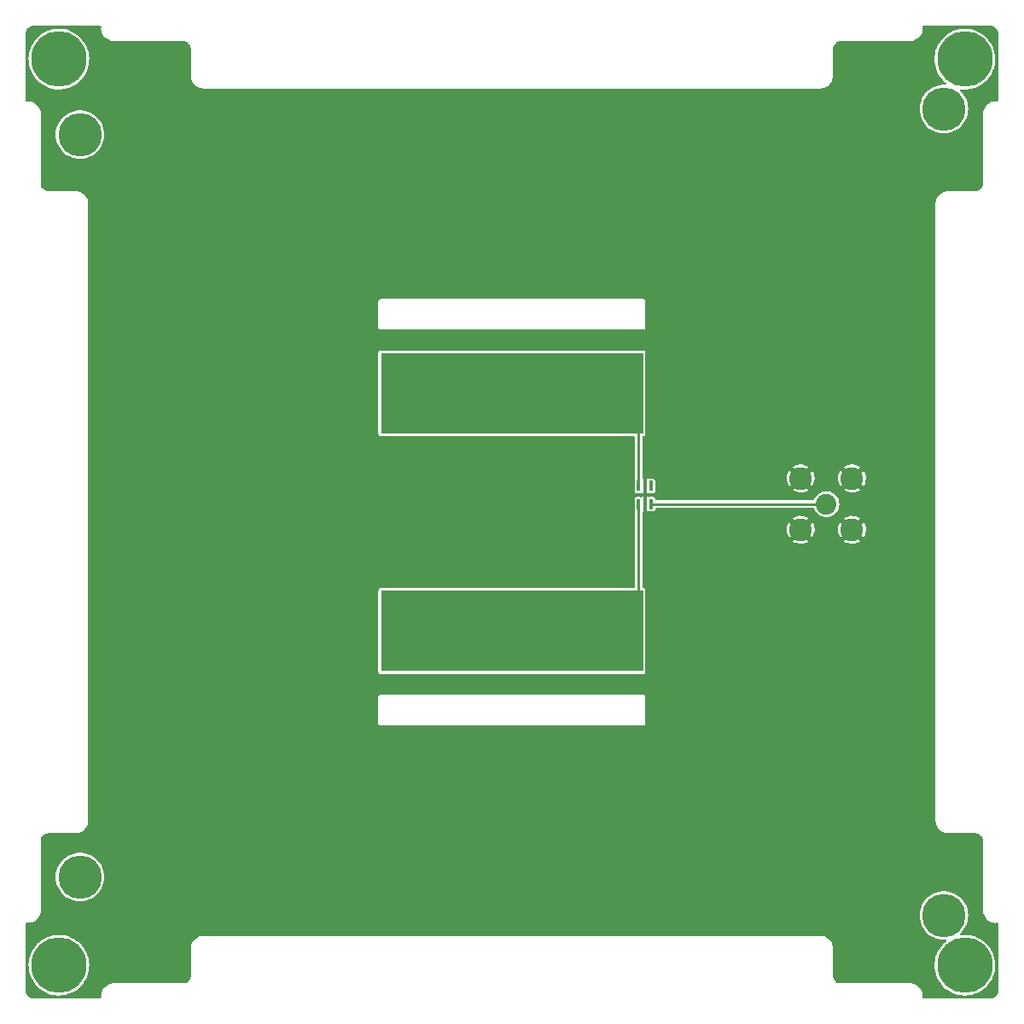
<source format=gbl>
G04 #@! TF.GenerationSoftware,KiCad,Pcbnew,(6.0.5-0)*
G04 #@! TF.CreationDate,2023-03-07T01:44:05-05:00*
G04 #@! TF.ProjectId,antenna-pcb,616e7465-6e6e-4612-9d70-63622e6b6963,3*
G04 #@! TF.SameCoordinates,Original*
G04 #@! TF.FileFunction,Copper,L2,Bot*
G04 #@! TF.FilePolarity,Positive*
%FSLAX46Y46*%
G04 Gerber Fmt 4.6, Leading zero omitted, Abs format (unit mm)*
G04 Created by KiCad (PCBNEW (6.0.5-0)) date 2023-03-07 01:44:05*
%MOMM*%
%LPD*%
G01*
G04 APERTURE LIST*
G04 #@! TA.AperFunction,ComponentPad*
%ADD10C,5.500000*%
G04 #@! TD*
G04 #@! TA.AperFunction,ComponentPad*
%ADD11C,4.300000*%
G04 #@! TD*
G04 #@! TA.AperFunction,ComponentPad*
%ADD12C,2.050000*%
G04 #@! TD*
G04 #@! TA.AperFunction,ComponentPad*
%ADD13C,2.250000*%
G04 #@! TD*
G04 #@! TA.AperFunction,SMDPad,CuDef*
%ADD14R,26.000000X8.000000*%
G04 #@! TD*
G04 #@! TA.AperFunction,SMDPad,CuDef*
%ADD15R,2.000000X8.000000*%
G04 #@! TD*
G04 #@! TA.AperFunction,SMDPad,CuDef*
%ADD16R,0.350000X1.000000*%
G04 #@! TD*
G04 #@! TA.AperFunction,ViaPad*
%ADD17C,0.800000*%
G04 #@! TD*
G04 #@! TA.AperFunction,Conductor*
%ADD18C,0.250000*%
G04 #@! TD*
G04 APERTURE END LIST*
D10*
G04 #@! TO.P,H4,1*
G04 #@! TO.N,N/C*
X163450000Y-143450000D03*
G04 #@! TD*
D11*
G04 #@! TO.P,H6,1*
G04 #@! TO.N,N/C*
X161364000Y-58495000D03*
G04 #@! TD*
D10*
G04 #@! TO.P,H1,1*
G04 #@! TO.N,N/C*
X73550000Y-53550000D03*
G04 #@! TD*
D11*
G04 #@! TO.P,H8,1*
G04 #@! TO.N,N/C*
X161364000Y-138505000D03*
G04 #@! TD*
G04 #@! TO.P,H7,1*
G04 #@! TO.N,N/C*
X75639000Y-134695000D03*
G04 #@! TD*
G04 #@! TO.P,H5,1*
G04 #@! TO.N,N/C*
X75639000Y-61035000D03*
G04 #@! TD*
D10*
G04 #@! TO.P,H3,1*
G04 #@! TO.N,N/C*
X73550000Y-143450000D03*
G04 #@! TD*
G04 #@! TO.P,H2,1*
G04 #@! TO.N,N/C*
X163450000Y-53550000D03*
G04 #@! TD*
D12*
G04 #@! TO.P,J1,1,In*
G04 #@! TO.N,Net-(J1-Pad1)*
X149700000Y-97700000D03*
D13*
G04 #@! TO.P,J1,2,Ext*
G04 #@! TO.N,GND*
X147150000Y-95150000D03*
X152250000Y-100250000D03*
X147150000Y-100250000D03*
X152250000Y-95150000D03*
G04 #@! TD*
D14*
G04 #@! TO.P,AE1,1*
G04 #@! TO.N,Net-(U1-Pad4)*
X118500000Y-86700000D03*
D15*
X130500000Y-86700000D03*
D14*
G04 #@! TO.P,AE1,2*
G04 #@! TO.N,Net-(U1-Pad3)*
X118500000Y-110300000D03*
D15*
X130500000Y-110300000D03*
G04 #@! TD*
D16*
G04 #@! TO.P,U1,1,Balanced_Port*
G04 #@! TO.N,Net-(J1-Pad1)*
X132350000Y-97700000D03*
G04 #@! TO.P,U1,2,GND*
G04 #@! TO.N,GND*
X131700000Y-97700000D03*
G04 #@! TO.P,U1,3,Balanced_Port*
G04 #@! TO.N,Net-(U1-Pad3)*
X131050000Y-97700000D03*
G04 #@! TO.P,U1,4,Balanced_Port*
G04 #@! TO.N,Net-(U1-Pad4)*
X131050000Y-95900000D03*
G04 #@! TO.P,U1,5,GND*
G04 #@! TO.N,GND*
X131700000Y-95900000D03*
G04 #@! TO.P,U1,6,NC*
G04 #@! TO.N,unconnected-(U1-Pad6)*
X132350000Y-95900000D03*
G04 #@! TD*
D17*
G04 #@! TO.N,GND*
X143000000Y-101400000D03*
X154600000Y-104000000D03*
X156000000Y-92100000D03*
X159700000Y-110000000D03*
X157100000Y-98900000D03*
X152000000Y-93000000D03*
X136700000Y-99600000D03*
X135200000Y-94100000D03*
X151300000Y-111800000D03*
X102600000Y-115700000D03*
X143300000Y-103400000D03*
X127800000Y-94400000D03*
X159300000Y-88900000D03*
X152900000Y-89400000D03*
X150300000Y-93000000D03*
X125600000Y-103000000D03*
X139300000Y-94600000D03*
X156400000Y-85000000D03*
X147000000Y-88300000D03*
X142600000Y-99800000D03*
X102050000Y-113950000D03*
X144400000Y-102800000D03*
X101700000Y-104300000D03*
X119700000Y-103500000D03*
X139900000Y-92000000D03*
X128000000Y-99800000D03*
X115300000Y-100500000D03*
X111650000Y-99600000D03*
X100000000Y-115700000D03*
X152500000Y-106100000D03*
X142500000Y-107200000D03*
X104950000Y-100350000D03*
X119700000Y-101900000D03*
X104950000Y-96650000D03*
X156900000Y-101800000D03*
X152800000Y-102800000D03*
X108300000Y-98300000D03*
X100000000Y-113600000D03*
X155500000Y-89000000D03*
X136800000Y-110300000D03*
X156700000Y-111800000D03*
X138000000Y-87900000D03*
X156400000Y-110100000D03*
X144900000Y-90200000D03*
X134400000Y-86400000D03*
X113450000Y-102300000D03*
X113450000Y-98500000D03*
X108300000Y-101800000D03*
X145300000Y-105800000D03*
X155600000Y-94100000D03*
X143300000Y-89500000D03*
X147500000Y-91400000D03*
X151400000Y-104300000D03*
X145800000Y-91800000D03*
X155500000Y-108100000D03*
X108150000Y-94100000D03*
X148500000Y-93000000D03*
X149700000Y-94900000D03*
X108400000Y-104050000D03*
X151300000Y-89900000D03*
X106650000Y-103100000D03*
X135900000Y-102500000D03*
X141000000Y-104900000D03*
X145400000Y-84600000D03*
X104800000Y-94350000D03*
X138600000Y-107300000D03*
X99500000Y-90650000D03*
X99400000Y-81600000D03*
X123400000Y-98700000D03*
X144600000Y-104700000D03*
X104950000Y-102050000D03*
X149500000Y-90100000D03*
X134500000Y-89400000D03*
X99800000Y-103250000D03*
X122300000Y-97100000D03*
X139100000Y-84800000D03*
X103400000Y-101400000D03*
X111500000Y-93600000D03*
X101500000Y-87150000D03*
X116900000Y-93300000D03*
X138400000Y-108900000D03*
X143500000Y-108700000D03*
X140900000Y-108900000D03*
X133500000Y-105400000D03*
X158000000Y-94600000D03*
X101700000Y-96350000D03*
X135500000Y-105800000D03*
X109900000Y-95000000D03*
X144400000Y-106800000D03*
X125400000Y-101800000D03*
X141700000Y-88000000D03*
X117000000Y-95400000D03*
X99850000Y-93050000D03*
X153300000Y-110100000D03*
X150000000Y-86500000D03*
X154900000Y-102200000D03*
X146300000Y-89900000D03*
X122800000Y-94400000D03*
X155500000Y-87200000D03*
X115100000Y-103600000D03*
X144900000Y-100800000D03*
X159600000Y-98000000D03*
X102050000Y-112250000D03*
X151600000Y-88000000D03*
X108300000Y-96400000D03*
X159300000Y-102100000D03*
X104950000Y-98550000D03*
X115400000Y-98300000D03*
X120200000Y-94000000D03*
X137300000Y-94100000D03*
X149200000Y-91400000D03*
X143700000Y-86200000D03*
X99500000Y-84000000D03*
X149800000Y-105700000D03*
X101400000Y-84850000D03*
X99350000Y-88200000D03*
X120100000Y-95600000D03*
X160000000Y-93900000D03*
X138800000Y-89800000D03*
X117000000Y-99500000D03*
X110000000Y-102650000D03*
X109900000Y-96900000D03*
X157100000Y-93600000D03*
X120100000Y-97600000D03*
X146800000Y-86200000D03*
X139500000Y-102900000D03*
X159400000Y-111800000D03*
X144700000Y-111900000D03*
X111750000Y-103550000D03*
X153200000Y-87200000D03*
X135300000Y-108800000D03*
X148100000Y-106600000D03*
X143900000Y-93400000D03*
X115400000Y-96500000D03*
X101500000Y-91650000D03*
X148100000Y-89800000D03*
X135300000Y-100500000D03*
X138100000Y-101300000D03*
X99900000Y-105600000D03*
X134000000Y-91400000D03*
X149500000Y-88200000D03*
X106550000Y-95450000D03*
X106550000Y-97350000D03*
X149400000Y-102600000D03*
X152900000Y-91300000D03*
X113450000Y-100200000D03*
X154100000Y-111900000D03*
X103250000Y-95400000D03*
X128600000Y-101900000D03*
X140900000Y-101100000D03*
X148500000Y-104100000D03*
X150900000Y-102800000D03*
X146000000Y-103500000D03*
X154000000Y-92800000D03*
X136200000Y-89500000D03*
X101750000Y-94100000D03*
X151300000Y-85000000D03*
X137400000Y-86300000D03*
X138100000Y-103500000D03*
X148200000Y-108200000D03*
X149000000Y-110000000D03*
X109900000Y-98700000D03*
X113450000Y-96700000D03*
X101500000Y-81500000D03*
X119700000Y-99700000D03*
X150800000Y-110000000D03*
X137500000Y-95900000D03*
X159200000Y-104300000D03*
X135400000Y-91700000D03*
X103300000Y-103350000D03*
X113450000Y-94800000D03*
X126900000Y-98400000D03*
X123100000Y-103300000D03*
X143400000Y-94700000D03*
X155600000Y-105200000D03*
X136600000Y-107200000D03*
X111650000Y-101300000D03*
X138300000Y-111900000D03*
X144800000Y-87900000D03*
X158600000Y-92500000D03*
X142300000Y-91600000D03*
X121700000Y-99800000D03*
X106550000Y-100850000D03*
X134800000Y-95900000D03*
X117400000Y-97900000D03*
X154000000Y-106900000D03*
X99950000Y-108400000D03*
X159600000Y-91100000D03*
X157700000Y-90500000D03*
X146500000Y-105400000D03*
X100050000Y-110950000D03*
X139000000Y-99700000D03*
X157400000Y-103500000D03*
X105050000Y-104300000D03*
X144300000Y-101900000D03*
X157500000Y-106500000D03*
X106550000Y-99150000D03*
X116800000Y-103200000D03*
X115100000Y-94300000D03*
X144100000Y-92000000D03*
X101800000Y-107000000D03*
X99800000Y-98800000D03*
X159600000Y-106200000D03*
X137600000Y-91600000D03*
X154400000Y-90600000D03*
X101900000Y-109750000D03*
X122000000Y-101800000D03*
X99800000Y-95300000D03*
X134100000Y-110400000D03*
X136000000Y-85000000D03*
X145300000Y-93400000D03*
X111650000Y-95900000D03*
X158000000Y-87200000D03*
X144700000Y-95200000D03*
X129100000Y-98200000D03*
X159400000Y-95800000D03*
X125000000Y-94400000D03*
X103400000Y-99600000D03*
X146700000Y-107100000D03*
X150600000Y-107800000D03*
X108300000Y-100100000D03*
X148000000Y-105200000D03*
X140000000Y-86400000D03*
X109900000Y-100400000D03*
X148300000Y-84800000D03*
X152200000Y-108500000D03*
X137000000Y-105000000D03*
X133900000Y-107100000D03*
X99800000Y-97100000D03*
X101700000Y-99850000D03*
X135300000Y-111900000D03*
X141600000Y-103700000D03*
X101700000Y-98150000D03*
X99800000Y-100900000D03*
X159300000Y-99900000D03*
X101700000Y-101950000D03*
X135300000Y-87900000D03*
X117000000Y-101600000D03*
X142800000Y-105500000D03*
X101500000Y-89250000D03*
X149700000Y-100700000D03*
X157800000Y-97400000D03*
X142600000Y-110200000D03*
X145700000Y-110500000D03*
X106400000Y-93150000D03*
X103150000Y-92850000D03*
X147000000Y-92900000D03*
X140000000Y-106300000D03*
X153800000Y-85000000D03*
X141700000Y-84800000D03*
X154900000Y-100900000D03*
X159200000Y-85100000D03*
X103400000Y-97700000D03*
X133600000Y-94100000D03*
X125000000Y-97400000D03*
X139500000Y-110400000D03*
X99350000Y-86150000D03*
X158600000Y-108100000D03*
X151000000Y-91800000D03*
X156900000Y-96100000D03*
X127900000Y-96300000D03*
X134000000Y-103000000D03*
X140800000Y-89700000D03*
X141400000Y-96000000D03*
X147500000Y-102700000D03*
X101300000Y-82850000D03*
X141300000Y-111800000D03*
X125000000Y-99900000D03*
X146200000Y-108800000D03*
X111650000Y-97800000D03*
X141200000Y-93500000D03*
X148300000Y-111900000D03*
X127600000Y-103500000D03*
G04 #@! TD*
D18*
G04 #@! TO.N,Net-(U1-Pad4)*
X131050000Y-87250000D02*
X130500000Y-86700000D01*
X131050000Y-95900000D02*
X131050000Y-87250000D01*
G04 #@! TO.N,Net-(U1-Pad3)*
X131150000Y-109650000D02*
X130500000Y-110300000D01*
X131050000Y-109750000D02*
X130500000Y-110300000D01*
X131050000Y-97700000D02*
X131050000Y-109750000D01*
G04 #@! TO.N,Net-(J1-Pad1)*
X132350000Y-97700000D02*
X149700000Y-97700000D01*
G04 #@! TD*
G04 #@! TA.AperFunction,Conductor*
G04 #@! TO.N,GND*
G36*
X77704031Y-50273713D02*
G01*
X77740576Y-50324013D01*
X77745500Y-50355100D01*
X77745500Y-50465025D01*
X77743567Y-50484650D01*
X77740514Y-50500000D01*
X77742346Y-50509209D01*
X77742447Y-50510492D01*
X77742447Y-50512490D01*
X77742811Y-50515123D01*
X77757114Y-50696854D01*
X77758037Y-50700700D01*
X77758038Y-50700704D01*
X77772890Y-50762565D01*
X77803210Y-50888860D01*
X77804723Y-50892512D01*
X77804724Y-50892516D01*
X77855604Y-51015350D01*
X77878776Y-51071292D01*
X77981950Y-51239657D01*
X78110192Y-51389808D01*
X78260343Y-51518050D01*
X78428708Y-51621224D01*
X78432357Y-51622735D01*
X78432356Y-51622735D01*
X78607484Y-51695276D01*
X78607488Y-51695277D01*
X78611140Y-51696790D01*
X78707143Y-51719838D01*
X78799296Y-51741962D01*
X78799300Y-51741963D01*
X78803146Y-51742886D01*
X78984877Y-51757189D01*
X78987510Y-51757553D01*
X78989508Y-51757553D01*
X78990791Y-51757654D01*
X79000000Y-51759486D01*
X79009718Y-51757553D01*
X79009719Y-51757553D01*
X79015350Y-51756433D01*
X79034975Y-51754500D01*
X85865025Y-51754500D01*
X85884650Y-51756433D01*
X85890281Y-51757553D01*
X85890282Y-51757553D01*
X85900000Y-51759486D01*
X85909717Y-51757553D01*
X85919627Y-51757553D01*
X85919627Y-51758202D01*
X85931616Y-51757614D01*
X86035582Y-51767854D01*
X86054923Y-51771702D01*
X86175806Y-51808371D01*
X86194026Y-51815918D01*
X86305440Y-51875470D01*
X86321838Y-51886426D01*
X86419489Y-51966566D01*
X86433434Y-51980511D01*
X86513574Y-52078162D01*
X86524530Y-52094560D01*
X86584082Y-52205974D01*
X86591629Y-52224194D01*
X86628298Y-52345077D01*
X86632146Y-52364418D01*
X86642386Y-52468384D01*
X86641798Y-52480373D01*
X86642447Y-52480373D01*
X86642447Y-52490283D01*
X86640514Y-52500000D01*
X86642447Y-52509718D01*
X86642447Y-52509719D01*
X86643567Y-52515350D01*
X86645500Y-52534975D01*
X86645500Y-55165025D01*
X86643567Y-55184650D01*
X86640514Y-55200000D01*
X86642346Y-55209209D01*
X86642447Y-55210492D01*
X86642447Y-55212490D01*
X86642811Y-55215123D01*
X86657114Y-55396854D01*
X86703210Y-55588860D01*
X86704723Y-55592512D01*
X86704724Y-55592516D01*
X86760491Y-55727148D01*
X86778776Y-55771292D01*
X86881950Y-55939657D01*
X87010192Y-56089808D01*
X87160343Y-56218050D01*
X87328708Y-56321224D01*
X87332357Y-56322735D01*
X87332356Y-56322735D01*
X87507484Y-56395276D01*
X87507488Y-56395277D01*
X87511140Y-56396790D01*
X87607143Y-56419838D01*
X87699296Y-56441962D01*
X87699300Y-56441963D01*
X87703146Y-56442886D01*
X87884877Y-56457189D01*
X87887510Y-56457553D01*
X87889508Y-56457553D01*
X87890791Y-56457654D01*
X87900000Y-56459486D01*
X87909718Y-56457553D01*
X87909719Y-56457553D01*
X87915350Y-56456433D01*
X87934975Y-56454500D01*
X149065025Y-56454500D01*
X149084650Y-56456433D01*
X149090281Y-56457553D01*
X149090282Y-56457553D01*
X149100000Y-56459486D01*
X149109209Y-56457654D01*
X149110492Y-56457553D01*
X149112490Y-56457553D01*
X149115123Y-56457189D01*
X149296854Y-56442886D01*
X149300700Y-56441963D01*
X149300704Y-56441962D01*
X149392857Y-56419838D01*
X149488860Y-56396790D01*
X149492512Y-56395277D01*
X149492516Y-56395276D01*
X149667644Y-56322735D01*
X149667643Y-56322735D01*
X149671292Y-56321224D01*
X149839657Y-56218050D01*
X149989808Y-56089808D01*
X150118050Y-55939657D01*
X150221224Y-55771292D01*
X150239509Y-55727148D01*
X150295276Y-55592516D01*
X150295277Y-55592512D01*
X150296790Y-55588860D01*
X150342886Y-55396854D01*
X150357189Y-55215123D01*
X150357553Y-55212490D01*
X150357553Y-55210492D01*
X150357654Y-55209209D01*
X150359486Y-55200000D01*
X150356433Y-55184650D01*
X150354500Y-55165025D01*
X150354500Y-52534975D01*
X150356433Y-52515350D01*
X150357553Y-52509719D01*
X150357553Y-52509718D01*
X150359486Y-52500000D01*
X150357553Y-52490283D01*
X150357553Y-52480373D01*
X150358202Y-52480373D01*
X150357614Y-52468384D01*
X150367854Y-52364418D01*
X150371702Y-52345077D01*
X150408371Y-52224194D01*
X150415918Y-52205974D01*
X150475470Y-52094560D01*
X150486426Y-52078162D01*
X150566566Y-51980511D01*
X150580511Y-51966566D01*
X150678162Y-51886426D01*
X150694560Y-51875470D01*
X150805974Y-51815918D01*
X150824194Y-51808371D01*
X150945077Y-51771702D01*
X150964418Y-51767854D01*
X151068384Y-51757614D01*
X151080373Y-51758202D01*
X151080373Y-51757553D01*
X151090283Y-51757553D01*
X151100000Y-51759486D01*
X151109718Y-51757553D01*
X151109719Y-51757553D01*
X151115350Y-51756433D01*
X151134975Y-51754500D01*
X157965025Y-51754500D01*
X157984650Y-51756433D01*
X157990281Y-51757553D01*
X157990282Y-51757553D01*
X158000000Y-51759486D01*
X158009209Y-51757654D01*
X158010492Y-51757553D01*
X158012490Y-51757553D01*
X158015123Y-51757189D01*
X158196854Y-51742886D01*
X158200700Y-51741963D01*
X158200704Y-51741962D01*
X158292857Y-51719838D01*
X158388860Y-51696790D01*
X158392512Y-51695277D01*
X158392516Y-51695276D01*
X158567644Y-51622735D01*
X158567643Y-51622735D01*
X158571292Y-51621224D01*
X158739657Y-51518050D01*
X158889808Y-51389808D01*
X159018050Y-51239657D01*
X159121224Y-51071292D01*
X159144396Y-51015350D01*
X159195276Y-50892516D01*
X159195277Y-50892512D01*
X159196790Y-50888860D01*
X159227110Y-50762565D01*
X159241962Y-50700704D01*
X159241963Y-50700700D01*
X159242886Y-50696854D01*
X159257189Y-50515123D01*
X159257553Y-50512490D01*
X159257553Y-50510492D01*
X159257654Y-50509209D01*
X159259486Y-50500000D01*
X159256433Y-50484650D01*
X159254500Y-50465025D01*
X159254500Y-50355100D01*
X159273713Y-50295969D01*
X159324013Y-50259424D01*
X159355100Y-50254500D01*
X165965025Y-50254500D01*
X165984650Y-50256433D01*
X165990281Y-50257553D01*
X165990282Y-50257553D01*
X166000000Y-50259486D01*
X166009717Y-50257553D01*
X166019627Y-50257553D01*
X166019627Y-50258202D01*
X166031616Y-50257614D01*
X166135582Y-50267854D01*
X166154923Y-50271702D01*
X166275806Y-50308371D01*
X166294026Y-50315918D01*
X166405440Y-50375470D01*
X166421838Y-50386426D01*
X166519489Y-50466566D01*
X166533432Y-50480509D01*
X166541452Y-50490281D01*
X166613574Y-50578162D01*
X166624530Y-50594560D01*
X166684082Y-50705974D01*
X166691629Y-50724194D01*
X166728298Y-50845077D01*
X166732146Y-50864418D01*
X166742386Y-50968384D01*
X166741798Y-50980373D01*
X166742447Y-50980373D01*
X166742447Y-50990283D01*
X166740514Y-51000000D01*
X166742447Y-51009718D01*
X166742447Y-51009719D01*
X166743567Y-51015350D01*
X166745500Y-51034975D01*
X166745500Y-57644900D01*
X166726287Y-57704031D01*
X166675987Y-57740576D01*
X166644900Y-57745500D01*
X166534975Y-57745500D01*
X166515350Y-57743567D01*
X166509719Y-57742447D01*
X166509718Y-57742447D01*
X166500000Y-57740514D01*
X166490791Y-57742346D01*
X166489508Y-57742447D01*
X166487510Y-57742447D01*
X166484877Y-57742811D01*
X166303146Y-57757114D01*
X166299300Y-57758037D01*
X166299296Y-57758038D01*
X166207143Y-57780162D01*
X166111140Y-57803210D01*
X166107488Y-57804723D01*
X166107484Y-57804724D01*
X165955058Y-57867861D01*
X165928708Y-57878776D01*
X165760343Y-57981950D01*
X165610192Y-58110192D01*
X165481950Y-58260343D01*
X165378776Y-58428708D01*
X165303210Y-58611140D01*
X165302286Y-58614990D01*
X165259358Y-58793800D01*
X165257114Y-58803146D01*
X165242941Y-58983235D01*
X165242812Y-58984873D01*
X165242447Y-58987510D01*
X165242447Y-58989508D01*
X165242346Y-58990791D01*
X165240514Y-59000000D01*
X165242447Y-59009718D01*
X165242447Y-59009719D01*
X165243567Y-59015350D01*
X165245500Y-59034975D01*
X165245500Y-65865025D01*
X165243567Y-65884650D01*
X165240514Y-65900000D01*
X165242447Y-65909717D01*
X165242447Y-65919627D01*
X165241798Y-65919627D01*
X165242386Y-65931616D01*
X165232146Y-66035582D01*
X165228298Y-66054923D01*
X165191629Y-66175806D01*
X165184082Y-66194026D01*
X165124530Y-66305440D01*
X165113574Y-66321838D01*
X165033434Y-66419489D01*
X165019489Y-66433434D01*
X164921838Y-66513574D01*
X164905440Y-66524530D01*
X164794026Y-66584082D01*
X164775806Y-66591629D01*
X164654923Y-66628298D01*
X164635582Y-66632146D01*
X164531616Y-66642386D01*
X164519627Y-66641798D01*
X164519627Y-66642447D01*
X164509717Y-66642447D01*
X164500000Y-66640514D01*
X164490282Y-66642447D01*
X164490281Y-66642447D01*
X164484650Y-66643567D01*
X164465025Y-66645500D01*
X161834975Y-66645500D01*
X161815350Y-66643567D01*
X161809719Y-66642447D01*
X161809718Y-66642447D01*
X161800000Y-66640514D01*
X161790791Y-66642346D01*
X161789508Y-66642447D01*
X161787510Y-66642447D01*
X161784877Y-66642811D01*
X161603146Y-66657114D01*
X161599300Y-66658037D01*
X161599296Y-66658038D01*
X161507143Y-66680162D01*
X161411140Y-66703210D01*
X161407488Y-66704723D01*
X161407484Y-66704724D01*
X161255058Y-66767861D01*
X161228708Y-66778776D01*
X161060343Y-66881950D01*
X160910192Y-67010192D01*
X160781950Y-67160343D01*
X160678776Y-67328708D01*
X160603210Y-67511140D01*
X160557114Y-67703146D01*
X160556804Y-67707089D01*
X160542812Y-67884873D01*
X160542447Y-67887510D01*
X160542447Y-67889508D01*
X160542346Y-67890791D01*
X160540514Y-67900000D01*
X160542447Y-67909718D01*
X160542447Y-67909719D01*
X160543567Y-67915350D01*
X160545500Y-67934975D01*
X160545500Y-129065025D01*
X160543567Y-129084650D01*
X160540514Y-129100000D01*
X160542346Y-129109209D01*
X160542447Y-129110492D01*
X160542447Y-129112490D01*
X160542811Y-129115123D01*
X160557114Y-129296854D01*
X160603210Y-129488860D01*
X160678776Y-129671292D01*
X160781950Y-129839657D01*
X160910192Y-129989808D01*
X161060343Y-130118050D01*
X161228708Y-130221224D01*
X161232357Y-130222735D01*
X161232356Y-130222735D01*
X161407484Y-130295276D01*
X161407488Y-130295277D01*
X161411140Y-130296790D01*
X161507143Y-130319838D01*
X161599296Y-130341962D01*
X161599300Y-130341963D01*
X161603146Y-130342886D01*
X161784877Y-130357189D01*
X161787510Y-130357553D01*
X161789508Y-130357553D01*
X161790791Y-130357654D01*
X161800000Y-130359486D01*
X161809718Y-130357553D01*
X161809719Y-130357553D01*
X161815350Y-130356433D01*
X161834975Y-130354500D01*
X164465025Y-130354500D01*
X164484650Y-130356433D01*
X164490281Y-130357553D01*
X164490282Y-130357553D01*
X164500000Y-130359486D01*
X164509717Y-130357553D01*
X164519627Y-130357553D01*
X164519627Y-130358202D01*
X164531616Y-130357614D01*
X164635582Y-130367854D01*
X164654923Y-130371702D01*
X164775806Y-130408371D01*
X164794026Y-130415918D01*
X164905440Y-130475470D01*
X164921838Y-130486426D01*
X165019489Y-130566566D01*
X165033434Y-130580511D01*
X165113574Y-130678162D01*
X165124530Y-130694560D01*
X165184082Y-130805974D01*
X165191629Y-130824194D01*
X165228298Y-130945077D01*
X165232146Y-130964418D01*
X165242386Y-131068384D01*
X165241798Y-131080373D01*
X165242447Y-131080373D01*
X165242447Y-131090283D01*
X165240514Y-131100000D01*
X165242447Y-131109718D01*
X165242447Y-131109719D01*
X165243567Y-131115350D01*
X165245500Y-131134975D01*
X165245500Y-137965025D01*
X165243567Y-137984650D01*
X165240514Y-138000000D01*
X165242346Y-138009209D01*
X165242447Y-138010492D01*
X165242447Y-138012490D01*
X165242811Y-138015123D01*
X165257114Y-138196854D01*
X165258037Y-138200700D01*
X165258038Y-138200704D01*
X165278345Y-138285290D01*
X165303210Y-138388860D01*
X165378776Y-138571292D01*
X165481950Y-138739657D01*
X165610192Y-138889808D01*
X165760343Y-139018050D01*
X165928708Y-139121224D01*
X165932357Y-139122735D01*
X165932356Y-139122735D01*
X166107484Y-139195276D01*
X166107488Y-139195277D01*
X166111140Y-139196790D01*
X166207143Y-139219838D01*
X166299296Y-139241962D01*
X166299300Y-139241963D01*
X166303146Y-139242886D01*
X166484877Y-139257189D01*
X166487510Y-139257553D01*
X166489508Y-139257553D01*
X166490791Y-139257654D01*
X166500000Y-139259486D01*
X166509718Y-139257553D01*
X166509719Y-139257553D01*
X166515350Y-139256433D01*
X166534975Y-139254500D01*
X166644900Y-139254500D01*
X166704031Y-139273713D01*
X166740576Y-139324013D01*
X166745500Y-139355100D01*
X166745500Y-145965025D01*
X166743567Y-145984650D01*
X166740514Y-146000000D01*
X166742447Y-146009717D01*
X166742447Y-146019627D01*
X166741798Y-146019627D01*
X166742386Y-146031616D01*
X166732146Y-146135582D01*
X166728298Y-146154923D01*
X166691629Y-146275806D01*
X166684082Y-146294026D01*
X166624530Y-146405440D01*
X166613574Y-146421838D01*
X166601905Y-146436057D01*
X166536831Y-146515350D01*
X166533434Y-146519489D01*
X166519489Y-146533434D01*
X166421838Y-146613574D01*
X166405440Y-146624530D01*
X166294026Y-146684082D01*
X166275806Y-146691629D01*
X166154923Y-146728298D01*
X166135582Y-146732146D01*
X166031616Y-146742386D01*
X166019627Y-146741798D01*
X166019627Y-146742447D01*
X166009717Y-146742447D01*
X166000000Y-146740514D01*
X165990282Y-146742447D01*
X165990281Y-146742447D01*
X165984650Y-146743567D01*
X165965025Y-146745500D01*
X159355100Y-146745500D01*
X159295969Y-146726287D01*
X159259424Y-146675987D01*
X159254500Y-146644900D01*
X159254500Y-146534975D01*
X159256433Y-146515350D01*
X159257553Y-146509719D01*
X159257553Y-146509718D01*
X159259486Y-146500000D01*
X159257654Y-146490791D01*
X159257553Y-146489508D01*
X159257553Y-146487510D01*
X159257188Y-146484873D01*
X159257059Y-146483235D01*
X159242886Y-146303146D01*
X159240256Y-146292188D01*
X159207301Y-146154923D01*
X159196790Y-146111140D01*
X159157699Y-146016765D01*
X159122735Y-145932356D01*
X159121224Y-145928708D01*
X159018050Y-145760343D01*
X158889808Y-145610192D01*
X158739657Y-145481950D01*
X158571292Y-145378776D01*
X158544942Y-145367861D01*
X158392516Y-145304724D01*
X158392512Y-145304723D01*
X158388860Y-145303210D01*
X158292857Y-145280162D01*
X158200704Y-145258038D01*
X158200700Y-145258037D01*
X158196854Y-145257114D01*
X158015123Y-145242811D01*
X158012490Y-145242447D01*
X158010492Y-145242447D01*
X158009209Y-145242346D01*
X158000000Y-145240514D01*
X157990282Y-145242447D01*
X157990281Y-145242447D01*
X157984650Y-145243567D01*
X157965025Y-145245500D01*
X151134975Y-145245500D01*
X151115350Y-145243567D01*
X151109719Y-145242447D01*
X151109718Y-145242447D01*
X151100000Y-145240514D01*
X151090283Y-145242447D01*
X151080373Y-145242447D01*
X151080373Y-145241798D01*
X151068384Y-145242386D01*
X150964418Y-145232146D01*
X150945077Y-145228298D01*
X150824194Y-145191629D01*
X150805974Y-145184082D01*
X150694560Y-145124530D01*
X150678162Y-145113574D01*
X150580511Y-145033434D01*
X150566566Y-145019489D01*
X150486426Y-144921838D01*
X150475470Y-144905440D01*
X150415918Y-144794026D01*
X150408371Y-144775806D01*
X150371702Y-144654923D01*
X150367854Y-144635582D01*
X150357614Y-144531616D01*
X150358202Y-144519627D01*
X150357553Y-144519627D01*
X150357553Y-144509717D01*
X150359486Y-144500000D01*
X150356433Y-144484650D01*
X150354500Y-144465025D01*
X150354500Y-141834975D01*
X150356433Y-141815350D01*
X150357553Y-141809719D01*
X150357553Y-141809718D01*
X150359486Y-141800000D01*
X150357654Y-141790791D01*
X150357553Y-141789508D01*
X150357553Y-141787510D01*
X150357188Y-141784873D01*
X150357059Y-141783235D01*
X150342886Y-141603146D01*
X150296790Y-141411140D01*
X150221224Y-141228708D01*
X150134353Y-141086947D01*
X150120114Y-141063711D01*
X150120113Y-141063710D01*
X150118050Y-141060343D01*
X149989808Y-140910192D01*
X149839657Y-140781950D01*
X149671292Y-140678776D01*
X149644942Y-140667861D01*
X149492516Y-140604724D01*
X149492512Y-140604723D01*
X149488860Y-140603210D01*
X149384376Y-140578126D01*
X149300704Y-140558038D01*
X149300700Y-140558037D01*
X149296854Y-140557114D01*
X149115123Y-140542811D01*
X149112490Y-140542447D01*
X149110492Y-140542447D01*
X149109209Y-140542346D01*
X149100000Y-140540514D01*
X149090282Y-140542447D01*
X149090281Y-140542447D01*
X149084650Y-140543567D01*
X149065025Y-140545500D01*
X87934975Y-140545500D01*
X87915350Y-140543567D01*
X87909719Y-140542447D01*
X87909718Y-140542447D01*
X87900000Y-140540514D01*
X87890791Y-140542346D01*
X87889508Y-140542447D01*
X87887510Y-140542447D01*
X87884877Y-140542811D01*
X87703146Y-140557114D01*
X87699300Y-140558037D01*
X87699296Y-140558038D01*
X87615624Y-140578126D01*
X87511140Y-140603210D01*
X87507488Y-140604723D01*
X87507484Y-140604724D01*
X87355058Y-140667861D01*
X87328708Y-140678776D01*
X87160343Y-140781950D01*
X87010192Y-140910192D01*
X86881950Y-141060343D01*
X86879887Y-141063710D01*
X86879886Y-141063711D01*
X86865647Y-141086947D01*
X86778776Y-141228708D01*
X86703210Y-141411140D01*
X86657114Y-141603146D01*
X86642941Y-141783235D01*
X86642812Y-141784873D01*
X86642447Y-141787510D01*
X86642447Y-141789508D01*
X86642346Y-141790791D01*
X86640514Y-141800000D01*
X86642447Y-141809718D01*
X86642447Y-141809719D01*
X86643567Y-141815350D01*
X86645500Y-141834975D01*
X86645500Y-144465025D01*
X86643567Y-144484650D01*
X86640514Y-144500000D01*
X86642447Y-144509717D01*
X86642447Y-144519627D01*
X86641798Y-144519627D01*
X86642386Y-144531616D01*
X86632146Y-144635582D01*
X86628298Y-144654923D01*
X86591629Y-144775806D01*
X86584082Y-144794026D01*
X86524530Y-144905440D01*
X86513574Y-144921838D01*
X86433434Y-145019489D01*
X86419489Y-145033434D01*
X86321838Y-145113574D01*
X86305440Y-145124530D01*
X86194026Y-145184082D01*
X86175806Y-145191629D01*
X86054923Y-145228298D01*
X86035582Y-145232146D01*
X85931616Y-145242386D01*
X85919627Y-145241798D01*
X85919627Y-145242447D01*
X85909717Y-145242447D01*
X85900000Y-145240514D01*
X85890282Y-145242447D01*
X85890281Y-145242447D01*
X85884650Y-145243567D01*
X85865025Y-145245500D01*
X79034975Y-145245500D01*
X79015350Y-145243567D01*
X79009719Y-145242447D01*
X79009718Y-145242447D01*
X79000000Y-145240514D01*
X78990791Y-145242346D01*
X78989508Y-145242447D01*
X78987510Y-145242447D01*
X78984877Y-145242811D01*
X78803146Y-145257114D01*
X78799300Y-145258037D01*
X78799296Y-145258038D01*
X78707143Y-145280162D01*
X78611140Y-145303210D01*
X78607488Y-145304723D01*
X78607484Y-145304724D01*
X78455058Y-145367861D01*
X78428708Y-145378776D01*
X78260343Y-145481950D01*
X78110192Y-145610192D01*
X77981950Y-145760343D01*
X77878776Y-145928708D01*
X77877265Y-145932356D01*
X77842302Y-146016765D01*
X77803210Y-146111140D01*
X77792699Y-146154923D01*
X77759745Y-146292188D01*
X77757114Y-146303146D01*
X77742941Y-146483235D01*
X77742812Y-146484873D01*
X77742447Y-146487510D01*
X77742447Y-146489508D01*
X77742346Y-146490791D01*
X77740514Y-146500000D01*
X77742447Y-146509718D01*
X77742447Y-146509719D01*
X77743567Y-146515350D01*
X77745500Y-146534975D01*
X77745500Y-146644900D01*
X77726287Y-146704031D01*
X77675987Y-146740576D01*
X77644900Y-146745500D01*
X71034975Y-146745500D01*
X71015350Y-146743567D01*
X71009719Y-146742447D01*
X71009718Y-146742447D01*
X71000000Y-146740514D01*
X70990283Y-146742447D01*
X70980373Y-146742447D01*
X70980373Y-146741798D01*
X70968384Y-146742386D01*
X70864418Y-146732146D01*
X70845077Y-146728298D01*
X70724194Y-146691629D01*
X70705974Y-146684082D01*
X70594560Y-146624530D01*
X70578162Y-146613574D01*
X70480511Y-146533434D01*
X70466566Y-146519489D01*
X70463170Y-146515350D01*
X70398095Y-146436057D01*
X70386426Y-146421838D01*
X70375470Y-146405440D01*
X70315918Y-146294026D01*
X70308371Y-146275806D01*
X70271702Y-146154923D01*
X70267854Y-146135582D01*
X70257614Y-146031616D01*
X70258202Y-146019627D01*
X70257553Y-146019627D01*
X70257553Y-146009717D01*
X70259486Y-146000000D01*
X70256433Y-145984650D01*
X70254500Y-145965025D01*
X70254500Y-143355466D01*
X70541893Y-143355466D01*
X70550963Y-143701836D01*
X70599784Y-144044868D01*
X70600521Y-144047678D01*
X70600522Y-144047682D01*
X70671929Y-144319868D01*
X70687708Y-144380015D01*
X70813570Y-144702835D01*
X70975703Y-145009050D01*
X71171956Y-145294600D01*
X71173860Y-145296783D01*
X71173865Y-145296789D01*
X71358103Y-145507984D01*
X71399729Y-145555701D01*
X71656002Y-145788892D01*
X71658347Y-145790577D01*
X71928428Y-145984650D01*
X71937380Y-145991083D01*
X72240132Y-146159592D01*
X72560246Y-146292188D01*
X72563031Y-146292981D01*
X72563033Y-146292982D01*
X72612557Y-146307089D01*
X72893478Y-146387111D01*
X73235412Y-146443105D01*
X73454757Y-146453449D01*
X73578608Y-146459290D01*
X73578610Y-146459290D01*
X73581516Y-146459427D01*
X73850539Y-146441086D01*
X73924313Y-146436057D01*
X73924314Y-146436057D01*
X73927202Y-146435860D01*
X73930048Y-146435332D01*
X73930052Y-146435332D01*
X74265030Y-146373248D01*
X74265035Y-146373247D01*
X74267888Y-146372718D01*
X74366544Y-146342367D01*
X74596302Y-146271685D01*
X74596310Y-146271682D01*
X74599060Y-146270836D01*
X74916326Y-146131566D01*
X75215483Y-145956753D01*
X75492564Y-145748714D01*
X75743898Y-145510207D01*
X75966153Y-145244394D01*
X76120745Y-145009050D01*
X76154797Y-144957211D01*
X76154800Y-144957207D01*
X76156383Y-144954796D01*
X76181207Y-144905440D01*
X76246406Y-144775806D01*
X76312067Y-144645253D01*
X76315606Y-144635582D01*
X76430146Y-144322588D01*
X76430148Y-144322582D01*
X76431141Y-144319868D01*
X76512027Y-143982953D01*
X76553653Y-143638974D01*
X76559592Y-143450000D01*
X76539647Y-143104086D01*
X76480075Y-142762757D01*
X76381667Y-142430537D01*
X76245727Y-142111830D01*
X76199304Y-142030441D01*
X76121329Y-141893738D01*
X76074056Y-141810859D01*
X75868930Y-141531614D01*
X75800205Y-141457656D01*
X75635047Y-141279925D01*
X75633069Y-141277796D01*
X75627281Y-141272852D01*
X75371809Y-141054659D01*
X75371807Y-141054657D01*
X75369597Y-141052770D01*
X75082007Y-140859518D01*
X75028936Y-140832126D01*
X74776681Y-140701927D01*
X74776674Y-140701924D01*
X74774111Y-140700601D01*
X74516374Y-140603210D01*
X74452701Y-140579150D01*
X74449991Y-140578126D01*
X74447180Y-140577420D01*
X74447177Y-140577419D01*
X74116761Y-140494424D01*
X74116755Y-140494423D01*
X74113941Y-140493716D01*
X74111059Y-140493337D01*
X74111056Y-140493336D01*
X73939201Y-140470711D01*
X73770417Y-140448490D01*
X73623172Y-140446177D01*
X73426866Y-140443093D01*
X73426858Y-140443093D01*
X73423971Y-140443048D01*
X73201087Y-140465295D01*
X73082069Y-140477174D01*
X73082065Y-140477175D01*
X73079196Y-140477461D01*
X72740661Y-140551274D01*
X72412853Y-140663507D01*
X72100118Y-140812674D01*
X72097668Y-140814211D01*
X71809056Y-140995257D01*
X71809052Y-140995260D01*
X71806600Y-140996798D01*
X71804342Y-140998607D01*
X71804335Y-140998612D01*
X71716695Y-141068825D01*
X71536190Y-141213437D01*
X71477394Y-141272852D01*
X71344165Y-141407484D01*
X71292472Y-141459721D01*
X71290685Y-141462000D01*
X71139699Y-141654560D01*
X71078676Y-141732385D01*
X71077165Y-141734850D01*
X71077162Y-141734855D01*
X70899149Y-142025346D01*
X70897636Y-142027815D01*
X70751752Y-142342095D01*
X70750840Y-142344852D01*
X70750839Y-142344855D01*
X70721582Y-142433319D01*
X70642957Y-142671060D01*
X70642369Y-142673899D01*
X70642368Y-142673903D01*
X70623375Y-142765620D01*
X70572694Y-143010350D01*
X70572437Y-143013234D01*
X70572436Y-143013238D01*
X70559169Y-143161898D01*
X70541893Y-143355466D01*
X70254500Y-143355466D01*
X70254500Y-139355100D01*
X70273713Y-139295969D01*
X70324013Y-139259424D01*
X70355100Y-139254500D01*
X70465025Y-139254500D01*
X70484650Y-139256433D01*
X70490281Y-139257553D01*
X70490282Y-139257553D01*
X70500000Y-139259486D01*
X70509209Y-139257654D01*
X70510492Y-139257553D01*
X70512490Y-139257553D01*
X70515123Y-139257189D01*
X70696854Y-139242886D01*
X70700700Y-139241963D01*
X70700704Y-139241962D01*
X70792857Y-139219838D01*
X70888860Y-139196790D01*
X70892512Y-139195277D01*
X70892516Y-139195276D01*
X71067644Y-139122735D01*
X71067643Y-139122735D01*
X71071292Y-139121224D01*
X71239657Y-139018050D01*
X71389808Y-138889808D01*
X71518050Y-138739657D01*
X71621224Y-138571292D01*
X71648683Y-138505000D01*
X158954746Y-138505000D01*
X158954945Y-138508163D01*
X158969564Y-138740514D01*
X158973744Y-138806960D01*
X159030437Y-139104157D01*
X159123932Y-139391906D01*
X159252755Y-139665667D01*
X159414873Y-139921124D01*
X159607729Y-140154248D01*
X159828284Y-140361362D01*
X159830834Y-140363215D01*
X159830838Y-140363218D01*
X159948143Y-140448445D01*
X160073057Y-140539200D01*
X160338190Y-140684958D01*
X160341133Y-140686123D01*
X160341141Y-140686127D01*
X160616552Y-140795170D01*
X160616555Y-140795171D01*
X160619500Y-140796337D01*
X160622555Y-140797121D01*
X160622563Y-140797124D01*
X160846834Y-140854706D01*
X160912551Y-140871579D01*
X160915670Y-140871973D01*
X160915675Y-140871974D01*
X161209584Y-140909104D01*
X161209591Y-140909104D01*
X161212722Y-140909500D01*
X161515278Y-140909500D01*
X161518416Y-140909104D01*
X161521573Y-140908905D01*
X161521634Y-140909881D01*
X161578978Y-140920827D01*
X161621533Y-140966156D01*
X161629318Y-141027841D01*
X161599358Y-141082320D01*
X161593410Y-141087480D01*
X161436190Y-141213437D01*
X161377394Y-141272852D01*
X161244165Y-141407484D01*
X161192472Y-141459721D01*
X161190685Y-141462000D01*
X161039699Y-141654560D01*
X160978676Y-141732385D01*
X160977165Y-141734850D01*
X160977162Y-141734855D01*
X160799149Y-142025346D01*
X160797636Y-142027815D01*
X160651752Y-142342095D01*
X160650840Y-142344852D01*
X160650839Y-142344855D01*
X160621582Y-142433319D01*
X160542957Y-142671060D01*
X160542369Y-142673899D01*
X160542368Y-142673903D01*
X160523375Y-142765620D01*
X160472694Y-143010350D01*
X160472437Y-143013234D01*
X160472436Y-143013238D01*
X160459169Y-143161898D01*
X160441893Y-143355466D01*
X160450963Y-143701836D01*
X160499784Y-144044868D01*
X160500521Y-144047678D01*
X160500522Y-144047682D01*
X160571929Y-144319868D01*
X160587708Y-144380015D01*
X160713570Y-144702835D01*
X160875703Y-145009050D01*
X161071956Y-145294600D01*
X161073860Y-145296783D01*
X161073865Y-145296789D01*
X161258103Y-145507984D01*
X161299729Y-145555701D01*
X161556002Y-145788892D01*
X161558347Y-145790577D01*
X161828428Y-145984650D01*
X161837380Y-145991083D01*
X162140132Y-146159592D01*
X162460246Y-146292188D01*
X162463031Y-146292981D01*
X162463033Y-146292982D01*
X162512557Y-146307089D01*
X162793478Y-146387111D01*
X163135412Y-146443105D01*
X163354757Y-146453449D01*
X163478608Y-146459290D01*
X163478610Y-146459290D01*
X163481516Y-146459427D01*
X163750539Y-146441086D01*
X163824313Y-146436057D01*
X163824314Y-146436057D01*
X163827202Y-146435860D01*
X163830048Y-146435332D01*
X163830052Y-146435332D01*
X164165030Y-146373248D01*
X164165035Y-146373247D01*
X164167888Y-146372718D01*
X164266544Y-146342367D01*
X164496302Y-146271685D01*
X164496310Y-146271682D01*
X164499060Y-146270836D01*
X164816326Y-146131566D01*
X165115483Y-145956753D01*
X165392564Y-145748714D01*
X165643898Y-145510207D01*
X165866153Y-145244394D01*
X166020745Y-145009050D01*
X166054797Y-144957211D01*
X166054800Y-144957207D01*
X166056383Y-144954796D01*
X166081207Y-144905440D01*
X166146406Y-144775806D01*
X166212067Y-144645253D01*
X166215606Y-144635582D01*
X166330146Y-144322588D01*
X166330148Y-144322582D01*
X166331141Y-144319868D01*
X166412027Y-143982953D01*
X166453653Y-143638974D01*
X166459592Y-143450000D01*
X166439647Y-143104086D01*
X166380075Y-142762757D01*
X166281667Y-142430537D01*
X166145727Y-142111830D01*
X166099304Y-142030441D01*
X166021329Y-141893738D01*
X165974056Y-141810859D01*
X165768930Y-141531614D01*
X165700205Y-141457656D01*
X165535047Y-141279925D01*
X165533069Y-141277796D01*
X165527281Y-141272852D01*
X165271809Y-141054659D01*
X165271807Y-141054657D01*
X165269597Y-141052770D01*
X164982007Y-140859518D01*
X164928936Y-140832126D01*
X164676681Y-140701927D01*
X164676674Y-140701924D01*
X164674111Y-140700601D01*
X164416374Y-140603210D01*
X164352701Y-140579150D01*
X164349991Y-140578126D01*
X164347180Y-140577420D01*
X164347177Y-140577419D01*
X164016761Y-140494424D01*
X164016755Y-140494423D01*
X164013941Y-140493716D01*
X164011059Y-140493337D01*
X164011056Y-140493336D01*
X163839201Y-140470711D01*
X163670417Y-140448490D01*
X163523172Y-140446177D01*
X163326866Y-140443093D01*
X163326858Y-140443093D01*
X163323971Y-140443048D01*
X163186270Y-140456792D01*
X163046819Y-140470711D01*
X162986072Y-140457466D01*
X162944712Y-140411044D01*
X162938537Y-140349177D01*
X162967963Y-140297274D01*
X163117963Y-140156415D01*
X163120271Y-140154248D01*
X163313127Y-139921124D01*
X163475245Y-139665667D01*
X163604068Y-139391906D01*
X163697563Y-139104157D01*
X163754256Y-138806960D01*
X163758437Y-138740514D01*
X163773055Y-138508163D01*
X163773254Y-138505000D01*
X163754256Y-138203040D01*
X163697563Y-137905843D01*
X163604068Y-137618094D01*
X163475245Y-137344333D01*
X163313127Y-137088876D01*
X163290545Y-137061579D01*
X163122285Y-136858186D01*
X163122281Y-136858182D01*
X163120271Y-136855752D01*
X162899716Y-136648638D01*
X162897166Y-136646785D01*
X162897162Y-136646782D01*
X162657500Y-136472658D01*
X162654943Y-136470800D01*
X162389810Y-136325042D01*
X162386867Y-136323877D01*
X162386859Y-136323873D01*
X162111448Y-136214830D01*
X162111445Y-136214829D01*
X162108500Y-136213663D01*
X162105445Y-136212879D01*
X162105437Y-136212876D01*
X161881166Y-136155294D01*
X161815449Y-136138421D01*
X161812330Y-136138027D01*
X161812325Y-136138026D01*
X161518416Y-136100896D01*
X161518409Y-136100896D01*
X161515278Y-136100500D01*
X161212722Y-136100500D01*
X161209591Y-136100896D01*
X161209584Y-136100896D01*
X160915675Y-136138026D01*
X160915670Y-136138027D01*
X160912551Y-136138421D01*
X160846835Y-136155294D01*
X160622563Y-136212876D01*
X160622555Y-136212879D01*
X160619500Y-136213663D01*
X160616555Y-136214829D01*
X160616552Y-136214830D01*
X160341141Y-136323873D01*
X160341133Y-136323877D01*
X160338190Y-136325042D01*
X160073057Y-136470800D01*
X160070500Y-136472658D01*
X159830838Y-136646782D01*
X159830834Y-136646785D01*
X159828284Y-136648638D01*
X159607729Y-136855752D01*
X159605719Y-136858182D01*
X159605715Y-136858186D01*
X159437455Y-137061579D01*
X159414873Y-137088876D01*
X159252755Y-137344333D01*
X159123932Y-137618094D01*
X159030437Y-137905843D01*
X158973744Y-138203040D01*
X158954746Y-138505000D01*
X71648683Y-138505000D01*
X71696790Y-138388860D01*
X71721655Y-138285290D01*
X71741962Y-138200704D01*
X71741963Y-138200700D01*
X71742886Y-138196854D01*
X71757189Y-138015123D01*
X71757553Y-138012490D01*
X71757553Y-138010492D01*
X71757654Y-138009209D01*
X71759486Y-138000000D01*
X71756433Y-137984650D01*
X71754500Y-137965025D01*
X71754500Y-134695000D01*
X73229746Y-134695000D01*
X73248744Y-134996960D01*
X73305437Y-135294157D01*
X73398932Y-135581906D01*
X73527755Y-135855667D01*
X73689873Y-136111124D01*
X73691884Y-136113555D01*
X73691887Y-136113559D01*
X73775666Y-136214830D01*
X73882729Y-136344248D01*
X74103284Y-136551362D01*
X74105834Y-136553215D01*
X74105838Y-136553218D01*
X74234618Y-136646782D01*
X74348057Y-136729200D01*
X74613190Y-136874958D01*
X74616133Y-136876123D01*
X74616141Y-136876127D01*
X74891552Y-136985170D01*
X74891555Y-136985171D01*
X74894500Y-136986337D01*
X74897555Y-136987121D01*
X74897563Y-136987124D01*
X75121834Y-137044706D01*
X75187551Y-137061579D01*
X75190670Y-137061973D01*
X75190675Y-137061974D01*
X75484584Y-137099104D01*
X75484591Y-137099104D01*
X75487722Y-137099500D01*
X75790278Y-137099500D01*
X75793409Y-137099104D01*
X75793416Y-137099104D01*
X76087325Y-137061974D01*
X76087330Y-137061973D01*
X76090449Y-137061579D01*
X76156166Y-137044706D01*
X76380437Y-136987124D01*
X76380445Y-136987121D01*
X76383500Y-136986337D01*
X76386445Y-136985171D01*
X76386448Y-136985170D01*
X76661859Y-136876127D01*
X76661867Y-136876123D01*
X76664810Y-136874958D01*
X76929943Y-136729200D01*
X77043382Y-136646782D01*
X77172162Y-136553218D01*
X77172166Y-136553215D01*
X77174716Y-136551362D01*
X77395271Y-136344248D01*
X77502335Y-136214830D01*
X77586113Y-136113559D01*
X77586116Y-136113555D01*
X77588127Y-136111124D01*
X77750245Y-135855667D01*
X77879068Y-135581906D01*
X77972563Y-135294157D01*
X78029256Y-134996960D01*
X78048254Y-134695000D01*
X78029256Y-134393040D01*
X77972563Y-134095843D01*
X77879068Y-133808094D01*
X77750245Y-133534333D01*
X77588127Y-133278876D01*
X77395271Y-133045752D01*
X77174716Y-132838638D01*
X77172166Y-132836785D01*
X77172162Y-132836782D01*
X76932500Y-132662658D01*
X76929943Y-132660800D01*
X76664810Y-132515042D01*
X76661867Y-132513877D01*
X76661859Y-132513873D01*
X76386448Y-132404830D01*
X76386445Y-132404829D01*
X76383500Y-132403663D01*
X76380445Y-132402879D01*
X76380437Y-132402876D01*
X76156166Y-132345294D01*
X76090449Y-132328421D01*
X76087330Y-132328027D01*
X76087325Y-132328026D01*
X75793416Y-132290896D01*
X75793409Y-132290896D01*
X75790278Y-132290500D01*
X75487722Y-132290500D01*
X75484591Y-132290896D01*
X75484584Y-132290896D01*
X75190675Y-132328026D01*
X75190670Y-132328027D01*
X75187551Y-132328421D01*
X75121834Y-132345294D01*
X74897563Y-132402876D01*
X74897555Y-132402879D01*
X74894500Y-132403663D01*
X74891555Y-132404829D01*
X74891552Y-132404830D01*
X74616141Y-132513873D01*
X74616133Y-132513877D01*
X74613190Y-132515042D01*
X74348057Y-132660800D01*
X74345500Y-132662658D01*
X74105838Y-132836782D01*
X74105834Y-132836785D01*
X74103284Y-132838638D01*
X73882729Y-133045752D01*
X73689873Y-133278876D01*
X73527755Y-133534333D01*
X73398932Y-133808094D01*
X73305437Y-134095843D01*
X73248744Y-134393040D01*
X73229746Y-134695000D01*
X71754500Y-134695000D01*
X71754500Y-131134975D01*
X71756433Y-131115350D01*
X71757553Y-131109719D01*
X71757553Y-131109718D01*
X71759486Y-131100000D01*
X71757553Y-131090283D01*
X71757553Y-131080373D01*
X71758202Y-131080373D01*
X71757614Y-131068384D01*
X71767854Y-130964418D01*
X71771702Y-130945077D01*
X71808371Y-130824194D01*
X71815918Y-130805974D01*
X71875470Y-130694560D01*
X71886426Y-130678162D01*
X71966566Y-130580511D01*
X71980511Y-130566566D01*
X72078162Y-130486426D01*
X72094560Y-130475470D01*
X72205974Y-130415918D01*
X72224194Y-130408371D01*
X72345077Y-130371702D01*
X72364418Y-130367854D01*
X72468384Y-130357614D01*
X72480373Y-130358202D01*
X72480373Y-130357553D01*
X72490283Y-130357553D01*
X72500000Y-130359486D01*
X72509718Y-130357553D01*
X72509719Y-130357553D01*
X72515350Y-130356433D01*
X72534975Y-130354500D01*
X75165025Y-130354500D01*
X75184650Y-130356433D01*
X75190281Y-130357553D01*
X75190282Y-130357553D01*
X75200000Y-130359486D01*
X75209209Y-130357654D01*
X75210492Y-130357553D01*
X75212490Y-130357553D01*
X75215123Y-130357189D01*
X75396854Y-130342886D01*
X75400700Y-130341963D01*
X75400704Y-130341962D01*
X75492857Y-130319838D01*
X75588860Y-130296790D01*
X75592512Y-130295277D01*
X75592516Y-130295276D01*
X75767644Y-130222735D01*
X75767643Y-130222735D01*
X75771292Y-130221224D01*
X75939657Y-130118050D01*
X76089808Y-129989808D01*
X76218050Y-129839657D01*
X76321224Y-129671292D01*
X76396790Y-129488860D01*
X76442886Y-129296854D01*
X76457189Y-129115123D01*
X76457553Y-129112490D01*
X76457553Y-129110492D01*
X76457654Y-129109209D01*
X76459486Y-129100000D01*
X76456433Y-129084650D01*
X76454500Y-129065025D01*
X76454500Y-119389873D01*
X105240096Y-119389873D01*
X105245082Y-119414940D01*
X105259848Y-119489174D01*
X105316098Y-119573357D01*
X105400281Y-119629607D01*
X105499582Y-119649359D01*
X105509300Y-119647426D01*
X105509301Y-119647426D01*
X105514932Y-119646306D01*
X105534557Y-119644373D01*
X131464651Y-119644373D01*
X131484276Y-119646306D01*
X131489907Y-119647426D01*
X131489908Y-119647426D01*
X131499626Y-119649359D01*
X131598927Y-119629607D01*
X131683110Y-119573357D01*
X131739360Y-119489174D01*
X131754126Y-119414940D01*
X131759112Y-119389873D01*
X131756059Y-119374523D01*
X131754126Y-119354898D01*
X131754126Y-116885340D01*
X131756059Y-116865715D01*
X131757179Y-116860084D01*
X131757179Y-116860083D01*
X131759112Y-116850365D01*
X131739360Y-116751064D01*
X131683110Y-116666881D01*
X131598927Y-116610631D01*
X131524693Y-116595865D01*
X131499626Y-116590879D01*
X131489908Y-116592812D01*
X131489907Y-116592812D01*
X131484276Y-116593932D01*
X131464651Y-116595865D01*
X105534557Y-116595865D01*
X105514932Y-116593932D01*
X105509301Y-116592812D01*
X105509300Y-116592812D01*
X105499582Y-116590879D01*
X105474515Y-116595865D01*
X105400281Y-116610631D01*
X105316098Y-116666881D01*
X105259848Y-116751064D01*
X105240096Y-116850365D01*
X105242029Y-116860083D01*
X105242029Y-116860084D01*
X105243149Y-116865715D01*
X105245082Y-116885340D01*
X105245082Y-119354898D01*
X105243149Y-119374523D01*
X105240096Y-119389873D01*
X76454500Y-119389873D01*
X76454500Y-106274933D01*
X105245500Y-106274933D01*
X105245501Y-114325066D01*
X105260266Y-114399301D01*
X105265769Y-114407536D01*
X105265769Y-114407537D01*
X105311012Y-114475247D01*
X105316516Y-114483484D01*
X105400699Y-114539734D01*
X105449239Y-114549389D01*
X105470081Y-114553535D01*
X105470082Y-114553535D01*
X105474933Y-114554500D01*
X105479880Y-114554500D01*
X129450696Y-114554499D01*
X129474930Y-114554499D01*
X129474933Y-114554500D01*
X129479076Y-114554500D01*
X131525066Y-114554499D01*
X131560548Y-114547442D01*
X131589584Y-114541667D01*
X131589586Y-114541666D01*
X131599301Y-114539734D01*
X131683484Y-114483484D01*
X131739734Y-114399301D01*
X131754500Y-114325067D01*
X131754499Y-106274934D01*
X131739734Y-106200699D01*
X131734230Y-106192461D01*
X131688988Y-106124753D01*
X131683484Y-106116516D01*
X131599301Y-106060266D01*
X131525067Y-106045500D01*
X131520214Y-106045500D01*
X131463278Y-106020597D01*
X131431838Y-105966957D01*
X131429500Y-105945396D01*
X131429500Y-101390591D01*
X146374124Y-101390591D01*
X146381051Y-101397929D01*
X146548547Y-101495806D01*
X146555970Y-101499362D01*
X146760096Y-101577310D01*
X146768001Y-101579607D01*
X146982116Y-101623169D01*
X146990287Y-101624143D01*
X147208638Y-101632150D01*
X147216866Y-101631777D01*
X147433602Y-101604012D01*
X147441646Y-101602302D01*
X147650942Y-101539510D01*
X147658587Y-101536514D01*
X147854828Y-101440377D01*
X147861882Y-101436172D01*
X147916078Y-101397514D01*
X147921200Y-101390591D01*
X151474124Y-101390591D01*
X151481051Y-101397929D01*
X151648547Y-101495806D01*
X151655970Y-101499362D01*
X151860096Y-101577310D01*
X151868001Y-101579607D01*
X152082116Y-101623169D01*
X152090287Y-101624143D01*
X152308638Y-101632150D01*
X152316866Y-101631777D01*
X152533602Y-101604012D01*
X152541646Y-101602302D01*
X152750942Y-101539510D01*
X152758587Y-101536514D01*
X152954828Y-101440377D01*
X152961882Y-101436172D01*
X153016078Y-101397514D01*
X153024140Y-101386618D01*
X153024148Y-101385740D01*
X153020473Y-101379684D01*
X152261268Y-100620478D01*
X152249189Y-100614323D01*
X152244077Y-100615133D01*
X151479841Y-101379370D01*
X151474124Y-101390591D01*
X147921200Y-101390591D01*
X147924140Y-101386618D01*
X147924148Y-101385740D01*
X147920473Y-101379684D01*
X147161268Y-100620478D01*
X147149189Y-100614323D01*
X147144077Y-100615133D01*
X146379841Y-101379370D01*
X146374124Y-101390591D01*
X131429500Y-101390591D01*
X131429500Y-100220318D01*
X145766925Y-100220318D01*
X145779503Y-100438459D01*
X145780646Y-100446598D01*
X145828686Y-100659768D01*
X145831145Y-100667613D01*
X145913355Y-100870070D01*
X145917060Y-100877407D01*
X146002328Y-101016551D01*
X146012171Y-101024957D01*
X146020492Y-101020297D01*
X146779522Y-100261268D01*
X146784850Y-100250811D01*
X147514323Y-100250811D01*
X147515133Y-100255923D01*
X148277066Y-101017855D01*
X148289144Y-101024009D01*
X148290106Y-101023856D01*
X148295360Y-101019345D01*
X148333677Y-100966023D01*
X148337912Y-100958975D01*
X148434729Y-100763080D01*
X148437756Y-100755435D01*
X148501275Y-100546369D01*
X148503015Y-100538320D01*
X148531725Y-100320247D01*
X148532139Y-100314925D01*
X148533661Y-100252669D01*
X148533507Y-100247342D01*
X148531285Y-100220318D01*
X150866925Y-100220318D01*
X150879503Y-100438459D01*
X150880646Y-100446598D01*
X150928686Y-100659768D01*
X150931145Y-100667613D01*
X151013355Y-100870070D01*
X151017060Y-100877407D01*
X151102328Y-101016551D01*
X151112171Y-101024957D01*
X151120492Y-101020297D01*
X151879522Y-100261268D01*
X151884850Y-100250811D01*
X152614323Y-100250811D01*
X152615133Y-100255923D01*
X153377066Y-101017855D01*
X153389144Y-101024009D01*
X153390106Y-101023856D01*
X153395360Y-101019345D01*
X153433677Y-100966023D01*
X153437912Y-100958975D01*
X153534729Y-100763080D01*
X153537756Y-100755435D01*
X153601275Y-100546369D01*
X153603015Y-100538320D01*
X153631725Y-100320247D01*
X153632139Y-100314925D01*
X153633661Y-100252669D01*
X153633507Y-100247342D01*
X153615484Y-100028117D01*
X153614140Y-100019995D01*
X153560907Y-99808072D01*
X153558258Y-99800290D01*
X153471130Y-99599907D01*
X153467240Y-99592652D01*
X153397065Y-99484178D01*
X153386710Y-99475762D01*
X153379015Y-99480196D01*
X152620478Y-100238732D01*
X152614323Y-100250811D01*
X151884850Y-100250811D01*
X151885677Y-100249189D01*
X151884867Y-100244077D01*
X151123192Y-99482403D01*
X151111114Y-99476249D01*
X151110809Y-99476297D01*
X151104787Y-99481597D01*
X151049180Y-99563115D01*
X151045121Y-99570260D01*
X150953123Y-99768454D01*
X150950278Y-99776187D01*
X150891888Y-99986737D01*
X150890345Y-99994823D01*
X150867126Y-100212083D01*
X150866925Y-100220318D01*
X148531285Y-100220318D01*
X148515484Y-100028117D01*
X148514140Y-100019995D01*
X148460907Y-99808072D01*
X148458258Y-99800290D01*
X148371130Y-99599907D01*
X148367240Y-99592652D01*
X148297065Y-99484178D01*
X148286710Y-99475762D01*
X148279015Y-99480196D01*
X147520478Y-100238732D01*
X147514323Y-100250811D01*
X146784850Y-100250811D01*
X146785677Y-100249189D01*
X146784867Y-100244077D01*
X146023192Y-99482403D01*
X146011114Y-99476249D01*
X146010809Y-99476297D01*
X146004787Y-99481597D01*
X145949180Y-99563115D01*
X145945121Y-99570260D01*
X145853123Y-99768454D01*
X145850278Y-99776187D01*
X145791888Y-99986737D01*
X145790345Y-99994823D01*
X145767126Y-100212083D01*
X145766925Y-100220318D01*
X131429500Y-100220318D01*
X131429500Y-99112501D01*
X146375138Y-99112501D01*
X146375162Y-99114043D01*
X146378324Y-99119113D01*
X147138732Y-99879522D01*
X147150811Y-99885677D01*
X147155923Y-99884867D01*
X147919885Y-99120904D01*
X147924167Y-99112501D01*
X151475138Y-99112501D01*
X151475162Y-99114043D01*
X151478324Y-99119113D01*
X152238732Y-99879522D01*
X152250811Y-99885677D01*
X152255923Y-99884867D01*
X153019885Y-99120904D01*
X153026039Y-99108826D01*
X153025694Y-99106650D01*
X153022611Y-99102890D01*
X153018986Y-99100027D01*
X153012125Y-99095468D01*
X152820834Y-98989870D01*
X152813331Y-98986499D01*
X152607357Y-98913559D01*
X152599403Y-98911457D01*
X152384288Y-98873140D01*
X152376086Y-98872364D01*
X152157610Y-98869696D01*
X152149389Y-98870270D01*
X151933409Y-98903320D01*
X151925399Y-98905228D01*
X151717713Y-98973110D01*
X151710118Y-98976303D01*
X151516304Y-99077196D01*
X151509346Y-99081578D01*
X151482933Y-99101410D01*
X151475138Y-99112501D01*
X147924167Y-99112501D01*
X147926039Y-99108826D01*
X147925694Y-99106650D01*
X147922611Y-99102890D01*
X147918986Y-99100027D01*
X147912125Y-99095468D01*
X147720834Y-98989870D01*
X147713331Y-98986499D01*
X147507357Y-98913559D01*
X147499403Y-98911457D01*
X147284288Y-98873140D01*
X147276086Y-98872364D01*
X147057610Y-98869696D01*
X147049389Y-98870270D01*
X146833409Y-98903320D01*
X146825399Y-98905228D01*
X146617713Y-98973110D01*
X146610118Y-98976303D01*
X146416304Y-99077196D01*
X146409346Y-99081578D01*
X146382933Y-99101410D01*
X146375138Y-99112501D01*
X131429500Y-99112501D01*
X131429500Y-98552943D01*
X131448713Y-98493812D01*
X131499012Y-98457267D01*
X131521957Y-98449812D01*
X131525000Y-98445623D01*
X131525000Y-98438066D01*
X131875000Y-98438066D01*
X131879188Y-98450956D01*
X131883377Y-98453999D01*
X131895078Y-98453999D01*
X131904861Y-98453035D01*
X131964386Y-98441196D01*
X131982342Y-98433759D01*
X132025718Y-98404776D01*
X132085558Y-98387900D01*
X132101229Y-98389754D01*
X132155252Y-98400500D01*
X132544748Y-98400500D01*
X132549599Y-98399535D01*
X132549600Y-98399535D01*
X132564912Y-98396489D01*
X132603231Y-98388867D01*
X132669552Y-98344552D01*
X132713867Y-98278231D01*
X132725500Y-98219748D01*
X132725500Y-98180100D01*
X132744713Y-98120969D01*
X132795013Y-98084424D01*
X132826100Y-98079500D01*
X148401277Y-98079500D01*
X148460408Y-98098713D01*
X148491524Y-98140007D01*
X148493071Y-98139286D01*
X148587688Y-98342193D01*
X148716102Y-98525588D01*
X148874412Y-98683898D01*
X148878006Y-98686415D01*
X148878009Y-98686417D01*
X148966109Y-98748105D01*
X149057806Y-98812312D01*
X149260714Y-98906929D01*
X149398866Y-98943947D01*
X149472721Y-98963736D01*
X149472724Y-98963736D01*
X149476969Y-98964874D01*
X149700000Y-98984387D01*
X149923031Y-98964874D01*
X149927276Y-98963736D01*
X149927279Y-98963736D01*
X150001134Y-98943947D01*
X150139286Y-98906929D01*
X150342194Y-98812312D01*
X150433891Y-98748105D01*
X150521991Y-98686417D01*
X150521994Y-98686415D01*
X150525588Y-98683898D01*
X150683898Y-98525588D01*
X150812312Y-98342193D01*
X150906929Y-98139286D01*
X150964874Y-97923031D01*
X150984387Y-97700000D01*
X150964874Y-97476969D01*
X150906929Y-97260714D01*
X150812312Y-97057807D01*
X150683898Y-96874412D01*
X150525588Y-96716102D01*
X150521994Y-96713585D01*
X150521991Y-96713583D01*
X150414141Y-96638066D01*
X150342194Y-96587688D01*
X150139286Y-96493071D01*
X150001134Y-96456053D01*
X149927279Y-96436264D01*
X149927276Y-96436264D01*
X149923031Y-96435126D01*
X149700000Y-96415613D01*
X149476969Y-96435126D01*
X149472724Y-96436264D01*
X149472721Y-96436264D01*
X149398866Y-96456053D01*
X149260714Y-96493071D01*
X149057807Y-96587688D01*
X148981389Y-96641196D01*
X148878009Y-96713583D01*
X148878006Y-96713585D01*
X148874412Y-96716102D01*
X148716102Y-96874412D01*
X148587688Y-97057807D01*
X148493071Y-97260714D01*
X148491409Y-97259939D01*
X148457537Y-97303298D01*
X148401277Y-97320500D01*
X132826100Y-97320500D01*
X132766969Y-97301287D01*
X132730424Y-97250987D01*
X132725500Y-97219900D01*
X132725500Y-97180252D01*
X132713867Y-97121769D01*
X132669552Y-97055448D01*
X132603231Y-97011133D01*
X132562027Y-97002937D01*
X132549600Y-97000465D01*
X132549599Y-97000465D01*
X132544748Y-96999500D01*
X132155252Y-96999500D01*
X132101234Y-97010245D01*
X132039492Y-97002937D01*
X132025718Y-96995224D01*
X131982341Y-96966240D01*
X131964389Y-96958804D01*
X131904869Y-96946965D01*
X131895070Y-96946000D01*
X131890933Y-96946000D01*
X131878043Y-96950188D01*
X131875000Y-96954377D01*
X131875000Y-98438066D01*
X131525000Y-98438066D01*
X131525000Y-96961934D01*
X131520812Y-96949044D01*
X131516623Y-96946001D01*
X131504922Y-96946001D01*
X131495139Y-96946965D01*
X131435614Y-96958804D01*
X131417658Y-96966241D01*
X131374282Y-96995224D01*
X131314442Y-97012100D01*
X131298771Y-97010246D01*
X131244748Y-96999500D01*
X130855252Y-96999500D01*
X130850401Y-97000465D01*
X130850400Y-97000465D01*
X130837973Y-97002937D01*
X130796769Y-97011133D01*
X130730448Y-97055448D01*
X130686133Y-97121769D01*
X130674500Y-97180252D01*
X130674500Y-97610571D01*
X130672475Y-97629599D01*
X130670982Y-97633851D01*
X130670500Y-97639416D01*
X130670500Y-105944900D01*
X130651287Y-106004031D01*
X130600987Y-106040576D01*
X130569900Y-106045500D01*
X106653806Y-106045501D01*
X105474934Y-106045501D01*
X105439452Y-106052558D01*
X105410416Y-106058333D01*
X105410414Y-106058334D01*
X105400699Y-106060266D01*
X105316516Y-106116516D01*
X105260266Y-106200699D01*
X105245500Y-106274933D01*
X76454500Y-106274933D01*
X76454500Y-82674933D01*
X105245500Y-82674933D01*
X105245501Y-90725066D01*
X105260266Y-90799301D01*
X105265769Y-90807536D01*
X105265769Y-90807537D01*
X105311012Y-90875247D01*
X105316516Y-90883484D01*
X105400699Y-90939734D01*
X105449239Y-90949389D01*
X105470081Y-90953535D01*
X105470082Y-90953535D01*
X105474933Y-90954500D01*
X105479880Y-90954500D01*
X129450696Y-90954499D01*
X129474930Y-90954499D01*
X129474933Y-90954500D01*
X129475052Y-90954500D01*
X130569900Y-90954499D01*
X130629031Y-90973712D01*
X130665576Y-91024012D01*
X130670500Y-91055099D01*
X130670500Y-95931524D01*
X130671181Y-95935615D01*
X130673135Y-95947356D01*
X130674500Y-95963872D01*
X130674500Y-96419748D01*
X130686133Y-96478231D01*
X130730448Y-96544552D01*
X130796769Y-96588867D01*
X130835088Y-96596489D01*
X130850400Y-96599535D01*
X130850401Y-96599535D01*
X130855252Y-96600500D01*
X131244748Y-96600500D01*
X131298766Y-96589755D01*
X131360508Y-96597063D01*
X131374282Y-96604776D01*
X131417659Y-96633760D01*
X131435611Y-96641196D01*
X131495131Y-96653035D01*
X131504930Y-96654000D01*
X131509067Y-96654000D01*
X131521957Y-96649812D01*
X131525000Y-96645623D01*
X131525000Y-96638066D01*
X131875000Y-96638066D01*
X131879188Y-96650956D01*
X131883377Y-96653999D01*
X131895078Y-96653999D01*
X131904861Y-96653035D01*
X131964386Y-96641196D01*
X131982342Y-96633759D01*
X132025718Y-96604776D01*
X132085558Y-96587900D01*
X132101229Y-96589754D01*
X132155252Y-96600500D01*
X132544748Y-96600500D01*
X132549599Y-96599535D01*
X132549600Y-96599535D01*
X132564912Y-96596489D01*
X132603231Y-96588867D01*
X132669552Y-96544552D01*
X132713867Y-96478231D01*
X132725500Y-96419748D01*
X132725500Y-96290591D01*
X146374124Y-96290591D01*
X146381051Y-96297929D01*
X146548547Y-96395806D01*
X146555970Y-96399362D01*
X146760096Y-96477310D01*
X146768001Y-96479607D01*
X146982116Y-96523169D01*
X146990287Y-96524143D01*
X147208638Y-96532150D01*
X147216866Y-96531777D01*
X147433602Y-96504012D01*
X147441646Y-96502302D01*
X147650942Y-96439510D01*
X147658587Y-96436514D01*
X147854828Y-96340377D01*
X147861882Y-96336172D01*
X147916078Y-96297514D01*
X147921200Y-96290591D01*
X151474124Y-96290591D01*
X151481051Y-96297929D01*
X151648547Y-96395806D01*
X151655970Y-96399362D01*
X151860096Y-96477310D01*
X151868001Y-96479607D01*
X152082116Y-96523169D01*
X152090287Y-96524143D01*
X152308638Y-96532150D01*
X152316866Y-96531777D01*
X152533602Y-96504012D01*
X152541646Y-96502302D01*
X152750942Y-96439510D01*
X152758587Y-96436514D01*
X152954828Y-96340377D01*
X152961882Y-96336172D01*
X153016078Y-96297514D01*
X153024140Y-96286618D01*
X153024148Y-96285740D01*
X153020473Y-96279684D01*
X152261268Y-95520478D01*
X152249189Y-95514323D01*
X152244077Y-95515133D01*
X151479841Y-96279370D01*
X151474124Y-96290591D01*
X147921200Y-96290591D01*
X147924140Y-96286618D01*
X147924148Y-96285740D01*
X147920473Y-96279684D01*
X147161268Y-95520478D01*
X147149189Y-95514323D01*
X147144077Y-95515133D01*
X146379841Y-96279370D01*
X146374124Y-96290591D01*
X132725500Y-96290591D01*
X132725500Y-95380252D01*
X132713867Y-95321769D01*
X132669552Y-95255448D01*
X132603231Y-95211133D01*
X132562027Y-95202937D01*
X132549600Y-95200465D01*
X132549599Y-95200465D01*
X132544748Y-95199500D01*
X132155252Y-95199500D01*
X132101234Y-95210245D01*
X132039492Y-95202937D01*
X132025718Y-95195224D01*
X131982341Y-95166240D01*
X131964389Y-95158804D01*
X131904869Y-95146965D01*
X131895070Y-95146000D01*
X131890933Y-95146000D01*
X131878043Y-95150188D01*
X131875000Y-95154377D01*
X131875000Y-96638066D01*
X131525000Y-96638066D01*
X131525000Y-95161934D01*
X131520812Y-95149044D01*
X131516495Y-95145908D01*
X131514362Y-95145570D01*
X131464802Y-95120318D01*
X145766925Y-95120318D01*
X145779503Y-95338459D01*
X145780646Y-95346598D01*
X145828686Y-95559768D01*
X145831145Y-95567613D01*
X145913355Y-95770070D01*
X145917060Y-95777407D01*
X146002328Y-95916551D01*
X146012171Y-95924957D01*
X146020492Y-95920297D01*
X146779522Y-95161268D01*
X146784850Y-95150811D01*
X147514323Y-95150811D01*
X147515133Y-95155923D01*
X148277066Y-95917855D01*
X148289144Y-95924009D01*
X148290106Y-95923856D01*
X148295360Y-95919345D01*
X148333677Y-95866023D01*
X148337912Y-95858975D01*
X148434729Y-95663080D01*
X148437756Y-95655435D01*
X148501275Y-95446369D01*
X148503015Y-95438320D01*
X148531725Y-95220247D01*
X148532139Y-95214925D01*
X148533661Y-95152669D01*
X148533507Y-95147342D01*
X148531285Y-95120318D01*
X150866925Y-95120318D01*
X150879503Y-95338459D01*
X150880646Y-95346598D01*
X150928686Y-95559768D01*
X150931145Y-95567613D01*
X151013355Y-95770070D01*
X151017060Y-95777407D01*
X151102328Y-95916551D01*
X151112171Y-95924957D01*
X151120492Y-95920297D01*
X151879522Y-95161268D01*
X151884850Y-95150811D01*
X152614323Y-95150811D01*
X152615133Y-95155923D01*
X153377066Y-95917855D01*
X153389144Y-95924009D01*
X153390106Y-95923856D01*
X153395360Y-95919345D01*
X153433677Y-95866023D01*
X153437912Y-95858975D01*
X153534729Y-95663080D01*
X153537756Y-95655435D01*
X153601275Y-95446369D01*
X153603015Y-95438320D01*
X153631725Y-95220247D01*
X153632139Y-95214925D01*
X153633661Y-95152669D01*
X153633507Y-95147342D01*
X153615484Y-94928117D01*
X153614140Y-94919995D01*
X153560907Y-94708072D01*
X153558258Y-94700290D01*
X153471130Y-94499907D01*
X153467240Y-94492652D01*
X153397065Y-94384178D01*
X153386710Y-94375762D01*
X153379015Y-94380196D01*
X152620478Y-95138732D01*
X152614323Y-95150811D01*
X151884850Y-95150811D01*
X151885677Y-95149189D01*
X151884867Y-95144077D01*
X151123192Y-94382403D01*
X151111114Y-94376249D01*
X151110809Y-94376297D01*
X151104787Y-94381597D01*
X151049180Y-94463115D01*
X151045121Y-94470260D01*
X150953123Y-94668454D01*
X150950278Y-94676187D01*
X150891888Y-94886737D01*
X150890345Y-94894823D01*
X150867126Y-95112083D01*
X150866925Y-95120318D01*
X148531285Y-95120318D01*
X148515484Y-94928117D01*
X148514140Y-94919995D01*
X148460907Y-94708072D01*
X148458258Y-94700290D01*
X148371130Y-94499907D01*
X148367240Y-94492652D01*
X148297065Y-94384178D01*
X148286710Y-94375762D01*
X148279015Y-94380196D01*
X147520478Y-95138732D01*
X147514323Y-95150811D01*
X146784850Y-95150811D01*
X146785677Y-95149189D01*
X146784867Y-95144077D01*
X146023192Y-94382403D01*
X146011114Y-94376249D01*
X146010809Y-94376297D01*
X146004787Y-94381597D01*
X145949180Y-94463115D01*
X145945121Y-94470260D01*
X145853123Y-94668454D01*
X145850278Y-94676187D01*
X145791888Y-94886737D01*
X145790345Y-94894823D01*
X145767126Y-95112083D01*
X145766925Y-95120318D01*
X131464802Y-95120318D01*
X131458965Y-95117344D01*
X131430739Y-95061946D01*
X131429500Y-95046209D01*
X131429500Y-94012501D01*
X146375138Y-94012501D01*
X146375162Y-94014043D01*
X146378324Y-94019113D01*
X147138732Y-94779522D01*
X147150811Y-94785677D01*
X147155923Y-94784867D01*
X147919885Y-94020904D01*
X147924167Y-94012501D01*
X151475138Y-94012501D01*
X151475162Y-94014043D01*
X151478324Y-94019113D01*
X152238732Y-94779522D01*
X152250811Y-94785677D01*
X152255923Y-94784867D01*
X153019885Y-94020904D01*
X153026039Y-94008826D01*
X153025694Y-94006650D01*
X153022611Y-94002890D01*
X153018986Y-94000027D01*
X153012125Y-93995468D01*
X152820834Y-93889870D01*
X152813331Y-93886499D01*
X152607357Y-93813559D01*
X152599403Y-93811457D01*
X152384288Y-93773140D01*
X152376086Y-93772364D01*
X152157610Y-93769696D01*
X152149389Y-93770270D01*
X151933409Y-93803320D01*
X151925399Y-93805228D01*
X151717713Y-93873110D01*
X151710118Y-93876303D01*
X151516304Y-93977196D01*
X151509346Y-93981578D01*
X151482933Y-94001410D01*
X151475138Y-94012501D01*
X147924167Y-94012501D01*
X147926039Y-94008826D01*
X147925694Y-94006650D01*
X147922611Y-94002890D01*
X147918986Y-94000027D01*
X147912125Y-93995468D01*
X147720834Y-93889870D01*
X147713331Y-93886499D01*
X147507357Y-93813559D01*
X147499403Y-93811457D01*
X147284288Y-93773140D01*
X147276086Y-93772364D01*
X147057610Y-93769696D01*
X147049389Y-93770270D01*
X146833409Y-93803320D01*
X146825399Y-93805228D01*
X146617713Y-93873110D01*
X146610118Y-93876303D01*
X146416304Y-93977196D01*
X146409346Y-93981578D01*
X146382933Y-94001410D01*
X146375138Y-94012501D01*
X131429500Y-94012501D01*
X131429500Y-91054603D01*
X131448713Y-90995472D01*
X131499013Y-90958927D01*
X131520182Y-90954499D01*
X131525066Y-90954499D01*
X131561014Y-90947349D01*
X131589584Y-90941667D01*
X131589586Y-90941666D01*
X131599301Y-90939734D01*
X131683484Y-90883484D01*
X131739734Y-90799301D01*
X131754500Y-90725067D01*
X131754499Y-82674934D01*
X131739734Y-82600699D01*
X131734230Y-82592461D01*
X131688988Y-82524753D01*
X131683484Y-82516516D01*
X131599301Y-82460266D01*
X131550761Y-82450611D01*
X131529919Y-82446465D01*
X131529918Y-82446465D01*
X131525067Y-82445500D01*
X131520120Y-82445500D01*
X118488142Y-82445501D01*
X105474934Y-82445501D01*
X105439452Y-82452558D01*
X105410416Y-82458333D01*
X105410414Y-82458334D01*
X105400699Y-82460266D01*
X105316516Y-82516516D01*
X105260266Y-82600699D01*
X105245500Y-82674933D01*
X76454500Y-82674933D01*
X76454500Y-80150000D01*
X105240514Y-80150000D01*
X105245500Y-80175067D01*
X105260266Y-80249301D01*
X105316516Y-80333484D01*
X105400699Y-80389734D01*
X105500000Y-80409486D01*
X105509718Y-80407553D01*
X105509719Y-80407553D01*
X105515350Y-80406433D01*
X105534975Y-80404500D01*
X131466155Y-80404500D01*
X131485780Y-80406433D01*
X131491411Y-80407553D01*
X131491412Y-80407553D01*
X131501130Y-80409486D01*
X131600431Y-80389734D01*
X131684614Y-80333484D01*
X131740864Y-80249301D01*
X131755630Y-80175067D01*
X131760616Y-80150000D01*
X131757563Y-80134650D01*
X131755630Y-80115025D01*
X131755630Y-77646278D01*
X131757563Y-77626653D01*
X131758683Y-77621022D01*
X131758683Y-77621021D01*
X131760616Y-77611303D01*
X131740864Y-77512002D01*
X131684614Y-77427819D01*
X131600431Y-77371569D01*
X131526197Y-77356803D01*
X131501130Y-77351817D01*
X131491412Y-77353750D01*
X131491411Y-77353750D01*
X131485780Y-77354870D01*
X131466155Y-77356803D01*
X105534975Y-77356803D01*
X105515350Y-77354870D01*
X105509719Y-77353750D01*
X105509718Y-77353750D01*
X105500000Y-77351817D01*
X105474933Y-77356803D01*
X105400699Y-77371569D01*
X105316516Y-77427819D01*
X105260266Y-77512002D01*
X105240514Y-77611303D01*
X105242447Y-77621021D01*
X105242447Y-77621022D01*
X105243567Y-77626653D01*
X105245500Y-77646278D01*
X105245500Y-80115025D01*
X105243567Y-80134650D01*
X105240514Y-80150000D01*
X76454500Y-80150000D01*
X76454500Y-67934975D01*
X76456433Y-67915350D01*
X76457553Y-67909719D01*
X76457553Y-67909718D01*
X76459486Y-67900000D01*
X76457654Y-67890791D01*
X76457553Y-67889508D01*
X76457553Y-67887510D01*
X76457188Y-67884873D01*
X76443196Y-67707089D01*
X76442886Y-67703146D01*
X76396790Y-67511140D01*
X76321224Y-67328708D01*
X76218050Y-67160343D01*
X76089808Y-67010192D01*
X75939657Y-66881950D01*
X75771292Y-66778776D01*
X75744942Y-66767861D01*
X75592516Y-66704724D01*
X75592512Y-66704723D01*
X75588860Y-66703210D01*
X75492857Y-66680162D01*
X75400704Y-66658038D01*
X75400700Y-66658037D01*
X75396854Y-66657114D01*
X75215123Y-66642811D01*
X75212490Y-66642447D01*
X75210492Y-66642447D01*
X75209209Y-66642346D01*
X75200000Y-66640514D01*
X75190282Y-66642447D01*
X75190281Y-66642447D01*
X75184650Y-66643567D01*
X75165025Y-66645500D01*
X72534975Y-66645500D01*
X72515350Y-66643567D01*
X72509719Y-66642447D01*
X72509718Y-66642447D01*
X72500000Y-66640514D01*
X72490283Y-66642447D01*
X72480373Y-66642447D01*
X72480373Y-66641798D01*
X72468384Y-66642386D01*
X72364418Y-66632146D01*
X72345077Y-66628298D01*
X72224194Y-66591629D01*
X72205974Y-66584082D01*
X72094560Y-66524530D01*
X72078162Y-66513574D01*
X71980511Y-66433434D01*
X71966566Y-66419489D01*
X71886426Y-66321838D01*
X71875470Y-66305440D01*
X71815918Y-66194026D01*
X71808371Y-66175806D01*
X71771702Y-66054923D01*
X71767854Y-66035582D01*
X71757614Y-65931616D01*
X71758202Y-65919627D01*
X71757553Y-65919627D01*
X71757553Y-65909717D01*
X71759486Y-65900000D01*
X71756433Y-65884650D01*
X71754500Y-65865025D01*
X71754500Y-61035000D01*
X73229746Y-61035000D01*
X73248744Y-61336960D01*
X73305437Y-61634157D01*
X73398932Y-61921906D01*
X73527755Y-62195667D01*
X73689873Y-62451124D01*
X73882729Y-62684248D01*
X74103284Y-62891362D01*
X74105834Y-62893215D01*
X74105838Y-62893218D01*
X74259248Y-63004677D01*
X74348057Y-63069200D01*
X74613190Y-63214958D01*
X74616133Y-63216123D01*
X74616141Y-63216127D01*
X74891552Y-63325170D01*
X74891555Y-63325171D01*
X74894500Y-63326337D01*
X74897555Y-63327121D01*
X74897563Y-63327124D01*
X75121834Y-63384706D01*
X75187551Y-63401579D01*
X75190670Y-63401973D01*
X75190675Y-63401974D01*
X75484584Y-63439104D01*
X75484591Y-63439104D01*
X75487722Y-63439500D01*
X75790278Y-63439500D01*
X75793409Y-63439104D01*
X75793416Y-63439104D01*
X76087325Y-63401974D01*
X76087330Y-63401973D01*
X76090449Y-63401579D01*
X76156166Y-63384706D01*
X76380437Y-63327124D01*
X76380445Y-63327121D01*
X76383500Y-63326337D01*
X76386445Y-63325171D01*
X76386448Y-63325170D01*
X76661859Y-63216127D01*
X76661867Y-63216123D01*
X76664810Y-63214958D01*
X76929943Y-63069200D01*
X77018752Y-63004677D01*
X77172162Y-62893218D01*
X77172166Y-62893215D01*
X77174716Y-62891362D01*
X77395271Y-62684248D01*
X77588127Y-62451124D01*
X77750245Y-62195667D01*
X77879068Y-61921906D01*
X77972563Y-61634157D01*
X78029256Y-61336960D01*
X78048254Y-61035000D01*
X78029256Y-60733040D01*
X77972563Y-60435843D01*
X77879068Y-60148094D01*
X77835640Y-60055806D01*
X77751596Y-59877203D01*
X77751593Y-59877197D01*
X77750245Y-59874333D01*
X77588127Y-59618876D01*
X77395271Y-59385752D01*
X77174716Y-59178638D01*
X77172166Y-59176785D01*
X77172162Y-59176782D01*
X76976981Y-59034975D01*
X76929943Y-59000800D01*
X76664810Y-58855042D01*
X76661867Y-58853877D01*
X76661859Y-58853873D01*
X76386448Y-58744830D01*
X76386445Y-58744829D01*
X76383500Y-58743663D01*
X76380445Y-58742879D01*
X76380437Y-58742876D01*
X76156166Y-58685294D01*
X76090449Y-58668421D01*
X76087330Y-58668027D01*
X76087325Y-58668026D01*
X75793416Y-58630896D01*
X75793409Y-58630896D01*
X75790278Y-58630500D01*
X75487722Y-58630500D01*
X75484591Y-58630896D01*
X75484584Y-58630896D01*
X75190675Y-58668026D01*
X75190670Y-58668027D01*
X75187551Y-58668421D01*
X75121834Y-58685294D01*
X74897563Y-58742876D01*
X74897555Y-58742879D01*
X74894500Y-58743663D01*
X74891555Y-58744829D01*
X74891552Y-58744830D01*
X74616141Y-58853873D01*
X74616133Y-58853877D01*
X74613190Y-58855042D01*
X74348057Y-59000800D01*
X74301019Y-59034975D01*
X74105838Y-59176782D01*
X74105834Y-59176785D01*
X74103284Y-59178638D01*
X73882729Y-59385752D01*
X73689873Y-59618876D01*
X73527755Y-59874333D01*
X73526407Y-59877197D01*
X73526404Y-59877203D01*
X73442360Y-60055806D01*
X73398932Y-60148094D01*
X73305437Y-60435843D01*
X73248744Y-60733040D01*
X73229746Y-61035000D01*
X71754500Y-61035000D01*
X71754500Y-59034975D01*
X71756433Y-59015350D01*
X71757553Y-59009719D01*
X71757553Y-59009718D01*
X71759486Y-59000000D01*
X71757654Y-58990791D01*
X71757553Y-58989508D01*
X71757553Y-58987510D01*
X71757188Y-58984873D01*
X71757059Y-58983235D01*
X71742886Y-58803146D01*
X71740643Y-58793800D01*
X71697714Y-58614990D01*
X71696790Y-58611140D01*
X71648683Y-58495000D01*
X158954746Y-58495000D01*
X158973744Y-58796960D01*
X159030437Y-59094157D01*
X159123932Y-59381906D01*
X159125279Y-59384768D01*
X159236701Y-59621550D01*
X159252755Y-59655667D01*
X159414873Y-59911124D01*
X159607729Y-60144248D01*
X159828284Y-60351362D01*
X159830834Y-60353215D01*
X159830838Y-60353218D01*
X159940423Y-60432836D01*
X160073057Y-60529200D01*
X160338190Y-60674958D01*
X160341133Y-60676123D01*
X160341141Y-60676127D01*
X160616552Y-60785170D01*
X160616555Y-60785171D01*
X160619500Y-60786337D01*
X160622555Y-60787121D01*
X160622563Y-60787124D01*
X160846834Y-60844706D01*
X160912551Y-60861579D01*
X160915670Y-60861973D01*
X160915675Y-60861974D01*
X161209584Y-60899104D01*
X161209591Y-60899104D01*
X161212722Y-60899500D01*
X161515278Y-60899500D01*
X161518409Y-60899104D01*
X161518416Y-60899104D01*
X161812325Y-60861974D01*
X161812330Y-60861973D01*
X161815449Y-60861579D01*
X161881166Y-60844706D01*
X162105437Y-60787124D01*
X162105445Y-60787121D01*
X162108500Y-60786337D01*
X162111445Y-60785171D01*
X162111448Y-60785170D01*
X162386859Y-60676127D01*
X162386867Y-60676123D01*
X162389810Y-60674958D01*
X162654943Y-60529200D01*
X162787577Y-60432836D01*
X162897162Y-60353218D01*
X162897166Y-60353215D01*
X162899716Y-60351362D01*
X163120271Y-60144248D01*
X163313127Y-59911124D01*
X163475245Y-59655667D01*
X163491300Y-59621550D01*
X163602721Y-59384768D01*
X163604068Y-59381906D01*
X163697563Y-59094157D01*
X163754256Y-58796960D01*
X163773254Y-58495000D01*
X163768872Y-58425344D01*
X163754455Y-58196200D01*
X163754455Y-58196197D01*
X163754256Y-58193040D01*
X163697563Y-57895843D01*
X163604068Y-57608094D01*
X163475245Y-57334333D01*
X163313127Y-57078876D01*
X163120271Y-56845752D01*
X162967328Y-56702130D01*
X162937377Y-56647649D01*
X162945169Y-56585965D01*
X162987730Y-56540642D01*
X163052452Y-56529520D01*
X163081490Y-56534275D01*
X163135412Y-56543105D01*
X163354757Y-56553449D01*
X163478608Y-56559290D01*
X163478610Y-56559290D01*
X163481516Y-56559427D01*
X163757059Y-56540642D01*
X163824313Y-56536057D01*
X163824314Y-56536057D01*
X163827202Y-56535860D01*
X163830048Y-56535332D01*
X163830052Y-56535332D01*
X164165030Y-56473248D01*
X164165035Y-56473247D01*
X164167888Y-56472718D01*
X164267862Y-56441962D01*
X164496302Y-56371685D01*
X164496310Y-56371682D01*
X164499060Y-56370836D01*
X164816326Y-56231566D01*
X165115483Y-56056753D01*
X165392564Y-55848714D01*
X165643898Y-55610207D01*
X165866153Y-55344394D01*
X166020745Y-55109050D01*
X166054797Y-55057211D01*
X166054800Y-55057207D01*
X166056383Y-55054796D01*
X166212067Y-54745253D01*
X166213062Y-54742535D01*
X166330146Y-54422588D01*
X166330148Y-54422582D01*
X166331141Y-54419868D01*
X166412027Y-54082953D01*
X166453653Y-53738974D01*
X166459592Y-53550000D01*
X166439647Y-53204086D01*
X166380075Y-52862757D01*
X166281667Y-52530537D01*
X166145727Y-52211830D01*
X166099304Y-52130441D01*
X165975499Y-51913389D01*
X165974056Y-51910859D01*
X165768930Y-51631614D01*
X165760680Y-51622735D01*
X165629854Y-51481950D01*
X165533069Y-51377796D01*
X165460135Y-51315504D01*
X165271809Y-51154659D01*
X165271807Y-51154657D01*
X165269597Y-51152770D01*
X164982007Y-50959518D01*
X164964600Y-50950533D01*
X164676681Y-50801927D01*
X164676674Y-50801924D01*
X164674111Y-50800601D01*
X164349991Y-50678126D01*
X164347180Y-50677420D01*
X164347177Y-50677419D01*
X164016761Y-50594424D01*
X164016755Y-50594423D01*
X164013941Y-50593716D01*
X164011059Y-50593337D01*
X164011056Y-50593336D01*
X163880580Y-50576159D01*
X163670417Y-50548490D01*
X163523172Y-50546177D01*
X163326866Y-50543093D01*
X163326858Y-50543093D01*
X163323971Y-50543048D01*
X163101087Y-50565295D01*
X162982069Y-50577174D01*
X162982065Y-50577175D01*
X162979196Y-50577461D01*
X162640661Y-50651274D01*
X162312853Y-50763507D01*
X162000118Y-50912674D01*
X161997668Y-50914211D01*
X161709056Y-51095257D01*
X161709052Y-51095260D01*
X161706600Y-51096798D01*
X161704342Y-51098607D01*
X161704335Y-51098612D01*
X161448955Y-51303210D01*
X161436190Y-51313437D01*
X161192472Y-51559721D01*
X161190685Y-51562000D01*
X160995250Y-51811248D01*
X160978676Y-51832385D01*
X160977165Y-51834850D01*
X160977162Y-51834855D01*
X160887904Y-51980511D01*
X160797636Y-52127815D01*
X160651752Y-52442095D01*
X160650840Y-52444852D01*
X160650839Y-52444855D01*
X160621582Y-52533319D01*
X160542957Y-52771060D01*
X160542369Y-52773899D01*
X160542368Y-52773903D01*
X160523375Y-52865620D01*
X160472694Y-53110350D01*
X160472437Y-53113234D01*
X160472436Y-53113238D01*
X160459169Y-53261898D01*
X160441893Y-53455466D01*
X160450963Y-53801836D01*
X160499784Y-54144868D01*
X160500521Y-54147678D01*
X160500522Y-54147682D01*
X160571929Y-54419868D01*
X160587708Y-54480015D01*
X160713570Y-54802835D01*
X160875703Y-55109050D01*
X161071956Y-55394600D01*
X161073860Y-55396783D01*
X161073865Y-55396789D01*
X161151070Y-55485290D01*
X161299729Y-55655701D01*
X161556002Y-55888892D01*
X161558347Y-55890577D01*
X161583731Y-55908817D01*
X161620539Y-55958925D01*
X161620865Y-56021098D01*
X161584584Y-56071589D01*
X161525554Y-56091112D01*
X161518714Y-56090915D01*
X161518413Y-56090896D01*
X161515278Y-56090500D01*
X161212722Y-56090500D01*
X161209591Y-56090896D01*
X161209584Y-56090896D01*
X160915675Y-56128026D01*
X160915670Y-56128027D01*
X160912551Y-56128421D01*
X160846834Y-56145294D01*
X160622563Y-56202876D01*
X160622555Y-56202879D01*
X160619500Y-56203663D01*
X160616555Y-56204829D01*
X160616552Y-56204830D01*
X160341141Y-56313873D01*
X160341133Y-56313877D01*
X160338190Y-56315042D01*
X160073057Y-56460800D01*
X160036843Y-56487111D01*
X159830838Y-56636782D01*
X159830834Y-56636785D01*
X159828284Y-56638638D01*
X159607729Y-56845752D01*
X159414873Y-57078876D01*
X159252755Y-57334333D01*
X159123932Y-57608094D01*
X159030437Y-57895843D01*
X158973744Y-58193040D01*
X158973545Y-58196197D01*
X158973545Y-58196200D01*
X158959128Y-58425344D01*
X158954746Y-58495000D01*
X71648683Y-58495000D01*
X71621224Y-58428708D01*
X71518050Y-58260343D01*
X71389808Y-58110192D01*
X71239657Y-57981950D01*
X71071292Y-57878776D01*
X71044942Y-57867861D01*
X70892516Y-57804724D01*
X70892512Y-57804723D01*
X70888860Y-57803210D01*
X70792857Y-57780162D01*
X70700704Y-57758038D01*
X70700700Y-57758037D01*
X70696854Y-57757114D01*
X70515123Y-57742811D01*
X70512490Y-57742447D01*
X70510492Y-57742447D01*
X70509209Y-57742346D01*
X70500000Y-57740514D01*
X70490282Y-57742447D01*
X70490281Y-57742447D01*
X70484650Y-57743567D01*
X70465025Y-57745500D01*
X70355100Y-57745500D01*
X70295969Y-57726287D01*
X70259424Y-57675987D01*
X70254500Y-57644900D01*
X70254500Y-53455466D01*
X70541893Y-53455466D01*
X70550963Y-53801836D01*
X70599784Y-54144868D01*
X70600521Y-54147678D01*
X70600522Y-54147682D01*
X70671929Y-54419868D01*
X70687708Y-54480015D01*
X70813570Y-54802835D01*
X70975703Y-55109050D01*
X71171956Y-55394600D01*
X71173860Y-55396783D01*
X71173865Y-55396789D01*
X71251070Y-55485290D01*
X71399729Y-55655701D01*
X71656002Y-55888892D01*
X71937380Y-56091083D01*
X72240132Y-56259592D01*
X72560246Y-56392188D01*
X72563031Y-56392981D01*
X72563033Y-56392982D01*
X72579645Y-56397714D01*
X72893478Y-56487111D01*
X73235412Y-56543105D01*
X73454757Y-56553449D01*
X73578608Y-56559290D01*
X73578610Y-56559290D01*
X73581516Y-56559427D01*
X73857059Y-56540642D01*
X73924313Y-56536057D01*
X73924314Y-56536057D01*
X73927202Y-56535860D01*
X73930048Y-56535332D01*
X73930052Y-56535332D01*
X74265030Y-56473248D01*
X74265035Y-56473247D01*
X74267888Y-56472718D01*
X74367862Y-56441962D01*
X74596302Y-56371685D01*
X74596310Y-56371682D01*
X74599060Y-56370836D01*
X74916326Y-56231566D01*
X75215483Y-56056753D01*
X75492564Y-55848714D01*
X75743898Y-55610207D01*
X75966153Y-55344394D01*
X76120745Y-55109050D01*
X76154797Y-55057211D01*
X76154800Y-55057207D01*
X76156383Y-55054796D01*
X76312067Y-54745253D01*
X76313062Y-54742535D01*
X76430146Y-54422588D01*
X76430148Y-54422582D01*
X76431141Y-54419868D01*
X76512027Y-54082953D01*
X76553653Y-53738974D01*
X76559592Y-53550000D01*
X76539647Y-53204086D01*
X76480075Y-52862757D01*
X76381667Y-52530537D01*
X76245727Y-52211830D01*
X76199304Y-52130441D01*
X76075499Y-51913389D01*
X76074056Y-51910859D01*
X75868930Y-51631614D01*
X75860680Y-51622735D01*
X75729854Y-51481950D01*
X75633069Y-51377796D01*
X75560135Y-51315504D01*
X75371809Y-51154659D01*
X75371807Y-51154657D01*
X75369597Y-51152770D01*
X75082007Y-50959518D01*
X75064600Y-50950533D01*
X74776681Y-50801927D01*
X74776674Y-50801924D01*
X74774111Y-50800601D01*
X74449991Y-50678126D01*
X74447180Y-50677420D01*
X74447177Y-50677419D01*
X74116761Y-50594424D01*
X74116755Y-50594423D01*
X74113941Y-50593716D01*
X74111059Y-50593337D01*
X74111056Y-50593336D01*
X73980580Y-50576159D01*
X73770417Y-50548490D01*
X73623172Y-50546177D01*
X73426866Y-50543093D01*
X73426858Y-50543093D01*
X73423971Y-50543048D01*
X73201087Y-50565295D01*
X73082069Y-50577174D01*
X73082065Y-50577175D01*
X73079196Y-50577461D01*
X72740661Y-50651274D01*
X72412853Y-50763507D01*
X72100118Y-50912674D01*
X72097668Y-50914211D01*
X71809056Y-51095257D01*
X71809052Y-51095260D01*
X71806600Y-51096798D01*
X71804342Y-51098607D01*
X71804335Y-51098612D01*
X71548955Y-51303210D01*
X71536190Y-51313437D01*
X71292472Y-51559721D01*
X71290685Y-51562000D01*
X71095250Y-51811248D01*
X71078676Y-51832385D01*
X71077165Y-51834850D01*
X71077162Y-51834855D01*
X70987904Y-51980511D01*
X70897636Y-52127815D01*
X70751752Y-52442095D01*
X70750840Y-52444852D01*
X70750839Y-52444855D01*
X70721582Y-52533319D01*
X70642957Y-52771060D01*
X70642369Y-52773899D01*
X70642368Y-52773903D01*
X70623375Y-52865620D01*
X70572694Y-53110350D01*
X70572437Y-53113234D01*
X70572436Y-53113238D01*
X70559169Y-53261898D01*
X70541893Y-53455466D01*
X70254500Y-53455466D01*
X70254500Y-51034975D01*
X70256433Y-51015350D01*
X70257553Y-51009719D01*
X70257553Y-51009718D01*
X70259486Y-51000000D01*
X70257553Y-50990283D01*
X70257553Y-50980373D01*
X70258202Y-50980373D01*
X70257614Y-50968384D01*
X70267854Y-50864418D01*
X70271702Y-50845077D01*
X70308371Y-50724194D01*
X70315918Y-50705974D01*
X70375470Y-50594560D01*
X70386426Y-50578162D01*
X70458548Y-50490281D01*
X70466568Y-50480509D01*
X70480511Y-50466566D01*
X70578162Y-50386426D01*
X70594560Y-50375470D01*
X70705974Y-50315918D01*
X70724194Y-50308371D01*
X70845077Y-50271702D01*
X70864418Y-50267854D01*
X70968384Y-50257614D01*
X70980373Y-50258202D01*
X70980373Y-50257553D01*
X70990283Y-50257553D01*
X71000000Y-50259486D01*
X71009718Y-50257553D01*
X71009719Y-50257553D01*
X71015350Y-50256433D01*
X71034975Y-50254500D01*
X77644900Y-50254500D01*
X77704031Y-50273713D01*
G37*
G04 #@! TD.AperFunction*
G04 #@! TD*
M02*

</source>
